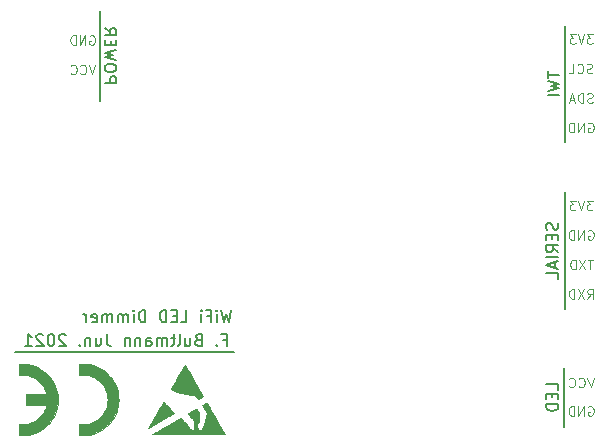
<source format=gbr>
%TF.GenerationSoftware,KiCad,Pcbnew,5.99.0-unknown-5a832fc337~130~ubuntu20.04.1*%
%TF.CreationDate,2021-06-20T17:00:02+02:00*%
%TF.ProjectId,LED-Treiber,4c45442d-5472-4656-9962-65722e6b6963,rev?*%
%TF.SameCoordinates,Original*%
%TF.FileFunction,Legend,Bot*%
%TF.FilePolarity,Positive*%
%FSLAX46Y46*%
G04 Gerber Fmt 4.6, Leading zero omitted, Abs format (unit mm)*
G04 Created by KiCad (PCBNEW 5.99.0-unknown-5a832fc337~130~ubuntu20.04.1) date 2021-06-20 17:00:02*
%MOMM*%
%LPD*%
G01*
G04 APERTURE LIST*
%ADD10C,0.200000*%
%ADD11C,0.150000*%
%ADD12C,0.100000*%
%ADD13C,0.010000*%
G04 APERTURE END LIST*
D10*
X157452380Y-89157142D02*
X157452380Y-88680952D01*
X156452380Y-88680952D01*
X156928571Y-89490476D02*
X156928571Y-89823809D01*
X157452380Y-89966666D02*
X157452380Y-89490476D01*
X156452380Y-89490476D01*
X156452380Y-89966666D01*
X157452380Y-90395238D02*
X156452380Y-90395238D01*
X156452380Y-90633333D01*
X156500000Y-90776190D01*
X156595238Y-90871428D01*
X156690476Y-90919047D01*
X156880952Y-90966666D01*
X157023809Y-90966666D01*
X157214285Y-90919047D01*
X157309523Y-90871428D01*
X157404761Y-90776190D01*
X157452380Y-90633333D01*
X157452380Y-90395238D01*
D11*
X157945000Y-87300000D02*
X157945000Y-92300000D01*
D10*
X157404761Y-75040476D02*
X157452380Y-75183333D01*
X157452380Y-75421428D01*
X157404761Y-75516666D01*
X157357142Y-75564285D01*
X157261904Y-75611904D01*
X157166666Y-75611904D01*
X157071428Y-75564285D01*
X157023809Y-75516666D01*
X156976190Y-75421428D01*
X156928571Y-75230952D01*
X156880952Y-75135714D01*
X156833333Y-75088095D01*
X156738095Y-75040476D01*
X156642857Y-75040476D01*
X156547619Y-75088095D01*
X156500000Y-75135714D01*
X156452380Y-75230952D01*
X156452380Y-75469047D01*
X156500000Y-75611904D01*
X156928571Y-76040476D02*
X156928571Y-76373809D01*
X157452380Y-76516666D02*
X157452380Y-76040476D01*
X156452380Y-76040476D01*
X156452380Y-76516666D01*
X157452380Y-77516666D02*
X156976190Y-77183333D01*
X157452380Y-76945238D02*
X156452380Y-76945238D01*
X156452380Y-77326190D01*
X156500000Y-77421428D01*
X156547619Y-77469047D01*
X156642857Y-77516666D01*
X156785714Y-77516666D01*
X156880952Y-77469047D01*
X156928571Y-77421428D01*
X156976190Y-77326190D01*
X156976190Y-76945238D01*
X157452380Y-77945238D02*
X156452380Y-77945238D01*
X157166666Y-78373809D02*
X157166666Y-78850000D01*
X157452380Y-78278571D02*
X156452380Y-78611904D01*
X157452380Y-78945238D01*
X157452380Y-79754761D02*
X157452380Y-79278571D01*
X156452380Y-79278571D01*
D11*
X158000000Y-72400000D02*
X158000000Y-82300000D01*
D10*
X156552380Y-62204761D02*
X156552380Y-62776190D01*
X157552380Y-62490476D02*
X156552380Y-62490476D01*
X156552380Y-63014285D02*
X157552380Y-63252380D01*
X156838095Y-63442857D01*
X157552380Y-63633333D01*
X156552380Y-63871428D01*
X157552380Y-64252380D02*
X156552380Y-64252380D01*
D11*
X158000000Y-58400000D02*
X158000000Y-68200000D01*
D10*
X119047619Y-63209523D02*
X120047619Y-63209523D01*
X120047619Y-62828571D01*
X120000000Y-62733333D01*
X119952380Y-62685714D01*
X119857142Y-62638095D01*
X119714285Y-62638095D01*
X119619047Y-62685714D01*
X119571428Y-62733333D01*
X119523809Y-62828571D01*
X119523809Y-63209523D01*
X120047619Y-62019047D02*
X120047619Y-61828571D01*
X120000000Y-61733333D01*
X119904761Y-61638095D01*
X119714285Y-61590476D01*
X119380952Y-61590476D01*
X119190476Y-61638095D01*
X119095238Y-61733333D01*
X119047619Y-61828571D01*
X119047619Y-62019047D01*
X119095238Y-62114285D01*
X119190476Y-62209523D01*
X119380952Y-62257142D01*
X119714285Y-62257142D01*
X119904761Y-62209523D01*
X120000000Y-62114285D01*
X120047619Y-62019047D01*
X120047619Y-61257142D02*
X119047619Y-61019047D01*
X119761904Y-60828571D01*
X119047619Y-60638095D01*
X120047619Y-60400000D01*
X119571428Y-60019047D02*
X119571428Y-59685714D01*
X119047619Y-59542857D02*
X119047619Y-60019047D01*
X120047619Y-60019047D01*
X120047619Y-59542857D01*
X119047619Y-58542857D02*
X119523809Y-58876190D01*
X119047619Y-59114285D02*
X120047619Y-59114285D01*
X120047619Y-58733333D01*
X120000000Y-58638095D01*
X119952380Y-58590476D01*
X119857142Y-58542857D01*
X119714285Y-58542857D01*
X119619047Y-58590476D01*
X119571428Y-58638095D01*
X119523809Y-58733333D01*
X119523809Y-59114285D01*
D11*
X118630000Y-57100000D02*
X118630000Y-64700000D01*
X130000000Y-86000000D02*
X111500000Y-86000000D01*
D10*
X129082380Y-84928571D02*
X129415714Y-84928571D01*
X129415714Y-85452380D02*
X129415714Y-84452380D01*
X128939523Y-84452380D01*
X128558571Y-85357142D02*
X128510952Y-85404761D01*
X128558571Y-85452380D01*
X128606190Y-85404761D01*
X128558571Y-85357142D01*
X128558571Y-85452380D01*
X126987142Y-84928571D02*
X126844285Y-84976190D01*
X126796666Y-85023809D01*
X126749047Y-85119047D01*
X126749047Y-85261904D01*
X126796666Y-85357142D01*
X126844285Y-85404761D01*
X126939523Y-85452380D01*
X127320476Y-85452380D01*
X127320476Y-84452380D01*
X126987142Y-84452380D01*
X126891904Y-84500000D01*
X126844285Y-84547619D01*
X126796666Y-84642857D01*
X126796666Y-84738095D01*
X126844285Y-84833333D01*
X126891904Y-84880952D01*
X126987142Y-84928571D01*
X127320476Y-84928571D01*
X125891904Y-84785714D02*
X125891904Y-85452380D01*
X126320476Y-84785714D02*
X126320476Y-85309523D01*
X126272857Y-85404761D01*
X126177619Y-85452380D01*
X126034761Y-85452380D01*
X125939523Y-85404761D01*
X125891904Y-85357142D01*
X125272857Y-85452380D02*
X125368095Y-85404761D01*
X125415714Y-85309523D01*
X125415714Y-84452380D01*
X125034761Y-84785714D02*
X124653809Y-84785714D01*
X124891904Y-84452380D02*
X124891904Y-85309523D01*
X124844285Y-85404761D01*
X124749047Y-85452380D01*
X124653809Y-85452380D01*
X124320476Y-85452380D02*
X124320476Y-84785714D01*
X124320476Y-84880952D02*
X124272857Y-84833333D01*
X124177619Y-84785714D01*
X124034761Y-84785714D01*
X123939523Y-84833333D01*
X123891904Y-84928571D01*
X123891904Y-85452380D01*
X123891904Y-84928571D02*
X123844285Y-84833333D01*
X123749047Y-84785714D01*
X123606190Y-84785714D01*
X123510952Y-84833333D01*
X123463333Y-84928571D01*
X123463333Y-85452380D01*
X122558571Y-85452380D02*
X122558571Y-84928571D01*
X122606190Y-84833333D01*
X122701428Y-84785714D01*
X122891904Y-84785714D01*
X122987142Y-84833333D01*
X122558571Y-85404761D02*
X122653809Y-85452380D01*
X122891904Y-85452380D01*
X122987142Y-85404761D01*
X123034761Y-85309523D01*
X123034761Y-85214285D01*
X122987142Y-85119047D01*
X122891904Y-85071428D01*
X122653809Y-85071428D01*
X122558571Y-85023809D01*
X122082380Y-84785714D02*
X122082380Y-85452380D01*
X122082380Y-84880952D02*
X122034761Y-84833333D01*
X121939523Y-84785714D01*
X121796666Y-84785714D01*
X121701428Y-84833333D01*
X121653809Y-84928571D01*
X121653809Y-85452380D01*
X121177619Y-84785714D02*
X121177619Y-85452380D01*
X121177619Y-84880952D02*
X121130000Y-84833333D01*
X121034761Y-84785714D01*
X120891904Y-84785714D01*
X120796666Y-84833333D01*
X120749047Y-84928571D01*
X120749047Y-85452380D01*
X119225238Y-84452380D02*
X119225238Y-85166666D01*
X119272857Y-85309523D01*
X119368095Y-85404761D01*
X119510952Y-85452380D01*
X119606190Y-85452380D01*
X118320476Y-84785714D02*
X118320476Y-85452380D01*
X118749047Y-84785714D02*
X118749047Y-85309523D01*
X118701428Y-85404761D01*
X118606190Y-85452380D01*
X118463333Y-85452380D01*
X118368095Y-85404761D01*
X118320476Y-85357142D01*
X117844285Y-84785714D02*
X117844285Y-85452380D01*
X117844285Y-84880952D02*
X117796666Y-84833333D01*
X117701428Y-84785714D01*
X117558571Y-84785714D01*
X117463333Y-84833333D01*
X117415714Y-84928571D01*
X117415714Y-85452380D01*
X116939523Y-85357142D02*
X116891904Y-85404761D01*
X116939523Y-85452380D01*
X116987142Y-85404761D01*
X116939523Y-85357142D01*
X116939523Y-85452380D01*
X115749047Y-84547619D02*
X115701428Y-84500000D01*
X115606190Y-84452380D01*
X115368095Y-84452380D01*
X115272857Y-84500000D01*
X115225238Y-84547619D01*
X115177619Y-84642857D01*
X115177619Y-84738095D01*
X115225238Y-84880952D01*
X115796666Y-85452380D01*
X115177619Y-85452380D01*
X114558571Y-84452380D02*
X114463333Y-84452380D01*
X114368095Y-84500000D01*
X114320476Y-84547619D01*
X114272857Y-84642857D01*
X114225238Y-84833333D01*
X114225238Y-85071428D01*
X114272857Y-85261904D01*
X114320476Y-85357142D01*
X114368095Y-85404761D01*
X114463333Y-85452380D01*
X114558571Y-85452380D01*
X114653809Y-85404761D01*
X114701428Y-85357142D01*
X114749047Y-85261904D01*
X114796666Y-85071428D01*
X114796666Y-84833333D01*
X114749047Y-84642857D01*
X114701428Y-84547619D01*
X114653809Y-84500000D01*
X114558571Y-84452380D01*
X113844285Y-84547619D02*
X113796666Y-84500000D01*
X113701428Y-84452380D01*
X113463333Y-84452380D01*
X113368095Y-84500000D01*
X113320476Y-84547619D01*
X113272857Y-84642857D01*
X113272857Y-84738095D01*
X113320476Y-84880952D01*
X113891904Y-85452380D01*
X113272857Y-85452380D01*
X112320476Y-85452380D02*
X112891904Y-85452380D01*
X112606190Y-85452380D02*
X112606190Y-84452380D01*
X112701428Y-84595238D01*
X112796666Y-84690476D01*
X112891904Y-84738095D01*
X129796666Y-82452380D02*
X129558571Y-83452380D01*
X129368095Y-82738095D01*
X129177619Y-83452380D01*
X128939523Y-82452380D01*
X128558571Y-83452380D02*
X128558571Y-82785714D01*
X128558571Y-82452380D02*
X128606190Y-82500000D01*
X128558571Y-82547619D01*
X128510952Y-82500000D01*
X128558571Y-82452380D01*
X128558571Y-82547619D01*
X127749047Y-82928571D02*
X128082380Y-82928571D01*
X128082380Y-83452380D02*
X128082380Y-82452380D01*
X127606190Y-82452380D01*
X127225238Y-83452380D02*
X127225238Y-82785714D01*
X127225238Y-82452380D02*
X127272857Y-82500000D01*
X127225238Y-82547619D01*
X127177619Y-82500000D01*
X127225238Y-82452380D01*
X127225238Y-82547619D01*
X125510952Y-83452380D02*
X125987142Y-83452380D01*
X125987142Y-82452380D01*
X125177619Y-82928571D02*
X124844285Y-82928571D01*
X124701428Y-83452380D02*
X125177619Y-83452380D01*
X125177619Y-82452380D01*
X124701428Y-82452380D01*
X124272857Y-83452380D02*
X124272857Y-82452380D01*
X124034761Y-82452380D01*
X123891904Y-82500000D01*
X123796666Y-82595238D01*
X123749047Y-82690476D01*
X123701428Y-82880952D01*
X123701428Y-83023809D01*
X123749047Y-83214285D01*
X123796666Y-83309523D01*
X123891904Y-83404761D01*
X124034761Y-83452380D01*
X124272857Y-83452380D01*
X122510952Y-83452380D02*
X122510952Y-82452380D01*
X122272857Y-82452380D01*
X122130000Y-82500000D01*
X122034761Y-82595238D01*
X121987142Y-82690476D01*
X121939523Y-82880952D01*
X121939523Y-83023809D01*
X121987142Y-83214285D01*
X122034761Y-83309523D01*
X122130000Y-83404761D01*
X122272857Y-83452380D01*
X122510952Y-83452380D01*
X121510952Y-83452380D02*
X121510952Y-82785714D01*
X121510952Y-82452380D02*
X121558571Y-82500000D01*
X121510952Y-82547619D01*
X121463333Y-82500000D01*
X121510952Y-82452380D01*
X121510952Y-82547619D01*
X121034761Y-83452380D02*
X121034761Y-82785714D01*
X121034761Y-82880952D02*
X120987142Y-82833333D01*
X120891904Y-82785714D01*
X120749047Y-82785714D01*
X120653809Y-82833333D01*
X120606190Y-82928571D01*
X120606190Y-83452380D01*
X120606190Y-82928571D02*
X120558571Y-82833333D01*
X120463333Y-82785714D01*
X120320476Y-82785714D01*
X120225238Y-82833333D01*
X120177619Y-82928571D01*
X120177619Y-83452380D01*
X119701428Y-83452380D02*
X119701428Y-82785714D01*
X119701428Y-82880952D02*
X119653809Y-82833333D01*
X119558571Y-82785714D01*
X119415714Y-82785714D01*
X119320476Y-82833333D01*
X119272857Y-82928571D01*
X119272857Y-83452380D01*
X119272857Y-82928571D02*
X119225238Y-82833333D01*
X119130000Y-82785714D01*
X118987142Y-82785714D01*
X118891904Y-82833333D01*
X118844285Y-82928571D01*
X118844285Y-83452380D01*
X117987142Y-83404761D02*
X118082380Y-83452380D01*
X118272857Y-83452380D01*
X118368095Y-83404761D01*
X118415714Y-83309523D01*
X118415714Y-82928571D01*
X118368095Y-82833333D01*
X118272857Y-82785714D01*
X118082380Y-82785714D01*
X117987142Y-82833333D01*
X117939523Y-82928571D01*
X117939523Y-83023809D01*
X118415714Y-83119047D01*
X117510952Y-83452380D02*
X117510952Y-82785714D01*
X117510952Y-82976190D02*
X117463333Y-82880952D01*
X117415714Y-82833333D01*
X117320476Y-82785714D01*
X117225238Y-82785714D01*
D12*
X160009523Y-75700000D02*
X160085714Y-75661904D01*
X160200000Y-75661904D01*
X160314285Y-75700000D01*
X160390476Y-75776190D01*
X160428571Y-75852380D01*
X160466666Y-76004761D01*
X160466666Y-76119047D01*
X160428571Y-76271428D01*
X160390476Y-76347619D01*
X160314285Y-76423809D01*
X160200000Y-76461904D01*
X160123809Y-76461904D01*
X160009523Y-76423809D01*
X159971428Y-76385714D01*
X159971428Y-76119047D01*
X160123809Y-76119047D01*
X159628571Y-76461904D02*
X159628571Y-75661904D01*
X159171428Y-76461904D01*
X159171428Y-75661904D01*
X158790476Y-76461904D02*
X158790476Y-75661904D01*
X158600000Y-75661904D01*
X158485714Y-75700000D01*
X158409523Y-75776190D01*
X158371428Y-75852380D01*
X158333333Y-76004761D01*
X158333333Y-76119047D01*
X158371428Y-76271428D01*
X158409523Y-76347619D01*
X158485714Y-76423809D01*
X158600000Y-76461904D01*
X158790476Y-76461904D01*
X160390476Y-59061904D02*
X159895238Y-59061904D01*
X160161904Y-59366666D01*
X160047619Y-59366666D01*
X159971428Y-59404761D01*
X159933333Y-59442857D01*
X159895238Y-59519047D01*
X159895238Y-59709523D01*
X159933333Y-59785714D01*
X159971428Y-59823809D01*
X160047619Y-59861904D01*
X160276190Y-59861904D01*
X160352380Y-59823809D01*
X160390476Y-59785714D01*
X159666666Y-59061904D02*
X159400000Y-59861904D01*
X159133333Y-59061904D01*
X158942857Y-59061904D02*
X158447619Y-59061904D01*
X158714285Y-59366666D01*
X158600000Y-59366666D01*
X158523809Y-59404761D01*
X158485714Y-59442857D01*
X158447619Y-59519047D01*
X158447619Y-59709523D01*
X158485714Y-59785714D01*
X158523809Y-59823809D01*
X158600000Y-59861904D01*
X158828571Y-59861904D01*
X158904761Y-59823809D01*
X158942857Y-59785714D01*
X117809523Y-59200000D02*
X117885714Y-59161904D01*
X118000000Y-59161904D01*
X118114285Y-59200000D01*
X118190476Y-59276190D01*
X118228571Y-59352380D01*
X118266666Y-59504761D01*
X118266666Y-59619047D01*
X118228571Y-59771428D01*
X118190476Y-59847619D01*
X118114285Y-59923809D01*
X118000000Y-59961904D01*
X117923809Y-59961904D01*
X117809523Y-59923809D01*
X117771428Y-59885714D01*
X117771428Y-59619047D01*
X117923809Y-59619047D01*
X117428571Y-59961904D02*
X117428571Y-59161904D01*
X116971428Y-59961904D01*
X116971428Y-59161904D01*
X116590476Y-59961904D02*
X116590476Y-59161904D01*
X116400000Y-59161904D01*
X116285714Y-59200000D01*
X116209523Y-59276190D01*
X116171428Y-59352380D01*
X116133333Y-59504761D01*
X116133333Y-59619047D01*
X116171428Y-59771428D01*
X116209523Y-59847619D01*
X116285714Y-59923809D01*
X116400000Y-59961904D01*
X116590476Y-59961904D01*
X160371428Y-64823809D02*
X160257142Y-64861904D01*
X160066666Y-64861904D01*
X159990476Y-64823809D01*
X159952380Y-64785714D01*
X159914285Y-64709523D01*
X159914285Y-64633333D01*
X159952380Y-64557142D01*
X159990476Y-64519047D01*
X160066666Y-64480952D01*
X160219047Y-64442857D01*
X160295238Y-64404761D01*
X160333333Y-64366666D01*
X160371428Y-64290476D01*
X160371428Y-64214285D01*
X160333333Y-64138095D01*
X160295238Y-64100000D01*
X160219047Y-64061904D01*
X160028571Y-64061904D01*
X159914285Y-64100000D01*
X159571428Y-64861904D02*
X159571428Y-64061904D01*
X159380952Y-64061904D01*
X159266666Y-64100000D01*
X159190476Y-64176190D01*
X159152380Y-64252380D01*
X159114285Y-64404761D01*
X159114285Y-64519047D01*
X159152380Y-64671428D01*
X159190476Y-64747619D01*
X159266666Y-64823809D01*
X159380952Y-64861904D01*
X159571428Y-64861904D01*
X158809523Y-64633333D02*
X158428571Y-64633333D01*
X158885714Y-64861904D02*
X158619047Y-64061904D01*
X158352380Y-64861904D01*
X118266666Y-61661904D02*
X118000000Y-62461904D01*
X117733333Y-61661904D01*
X117009523Y-62385714D02*
X117047619Y-62423809D01*
X117161904Y-62461904D01*
X117238095Y-62461904D01*
X117352380Y-62423809D01*
X117428571Y-62347619D01*
X117466666Y-62271428D01*
X117504761Y-62119047D01*
X117504761Y-62004761D01*
X117466666Y-61852380D01*
X117428571Y-61776190D01*
X117352380Y-61700000D01*
X117238095Y-61661904D01*
X117161904Y-61661904D01*
X117047619Y-61700000D01*
X117009523Y-61738095D01*
X116209523Y-62385714D02*
X116247619Y-62423809D01*
X116361904Y-62461904D01*
X116438095Y-62461904D01*
X116552380Y-62423809D01*
X116628571Y-62347619D01*
X116666666Y-62271428D01*
X116704761Y-62119047D01*
X116704761Y-62004761D01*
X116666666Y-61852380D01*
X116628571Y-61776190D01*
X116552380Y-61700000D01*
X116438095Y-61661904D01*
X116361904Y-61661904D01*
X116247619Y-61700000D01*
X116209523Y-61738095D01*
X160466666Y-88161904D02*
X160200000Y-88961904D01*
X159933333Y-88161904D01*
X159209523Y-88885714D02*
X159247619Y-88923809D01*
X159361904Y-88961904D01*
X159438095Y-88961904D01*
X159552380Y-88923809D01*
X159628571Y-88847619D01*
X159666666Y-88771428D01*
X159704761Y-88619047D01*
X159704761Y-88504761D01*
X159666666Y-88352380D01*
X159628571Y-88276190D01*
X159552380Y-88200000D01*
X159438095Y-88161904D01*
X159361904Y-88161904D01*
X159247619Y-88200000D01*
X159209523Y-88238095D01*
X158409523Y-88885714D02*
X158447619Y-88923809D01*
X158561904Y-88961904D01*
X158638095Y-88961904D01*
X158752380Y-88923809D01*
X158828571Y-88847619D01*
X158866666Y-88771428D01*
X158904761Y-88619047D01*
X158904761Y-88504761D01*
X158866666Y-88352380D01*
X158828571Y-88276190D01*
X158752380Y-88200000D01*
X158638095Y-88161904D01*
X158561904Y-88161904D01*
X158447619Y-88200000D01*
X158409523Y-88238095D01*
X160009523Y-90600000D02*
X160085714Y-90561904D01*
X160200000Y-90561904D01*
X160314285Y-90600000D01*
X160390476Y-90676190D01*
X160428571Y-90752380D01*
X160466666Y-90904761D01*
X160466666Y-91019047D01*
X160428571Y-91171428D01*
X160390476Y-91247619D01*
X160314285Y-91323809D01*
X160200000Y-91361904D01*
X160123809Y-91361904D01*
X160009523Y-91323809D01*
X159971428Y-91285714D01*
X159971428Y-91019047D01*
X160123809Y-91019047D01*
X159628571Y-91361904D02*
X159628571Y-90561904D01*
X159171428Y-91361904D01*
X159171428Y-90561904D01*
X158790476Y-91361904D02*
X158790476Y-90561904D01*
X158600000Y-90561904D01*
X158485714Y-90600000D01*
X158409523Y-90676190D01*
X158371428Y-90752380D01*
X158333333Y-90904761D01*
X158333333Y-91019047D01*
X158371428Y-91171428D01*
X158409523Y-91247619D01*
X158485714Y-91323809D01*
X158600000Y-91361904D01*
X158790476Y-91361904D01*
X160390476Y-73161904D02*
X159895238Y-73161904D01*
X160161904Y-73466666D01*
X160047619Y-73466666D01*
X159971428Y-73504761D01*
X159933333Y-73542857D01*
X159895238Y-73619047D01*
X159895238Y-73809523D01*
X159933333Y-73885714D01*
X159971428Y-73923809D01*
X160047619Y-73961904D01*
X160276190Y-73961904D01*
X160352380Y-73923809D01*
X160390476Y-73885714D01*
X159666666Y-73161904D02*
X159400000Y-73961904D01*
X159133333Y-73161904D01*
X158942857Y-73161904D02*
X158447619Y-73161904D01*
X158714285Y-73466666D01*
X158600000Y-73466666D01*
X158523809Y-73504761D01*
X158485714Y-73542857D01*
X158447619Y-73619047D01*
X158447619Y-73809523D01*
X158485714Y-73885714D01*
X158523809Y-73923809D01*
X158600000Y-73961904D01*
X158828571Y-73961904D01*
X158904761Y-73923809D01*
X158942857Y-73885714D01*
X160409523Y-78161904D02*
X159952380Y-78161904D01*
X160180952Y-78961904D02*
X160180952Y-78161904D01*
X159761904Y-78161904D02*
X159228571Y-78961904D01*
X159228571Y-78161904D02*
X159761904Y-78961904D01*
X158923809Y-78961904D02*
X158923809Y-78161904D01*
X158733333Y-78161904D01*
X158619047Y-78200000D01*
X158542857Y-78276190D01*
X158504761Y-78352380D01*
X158466666Y-78504761D01*
X158466666Y-78619047D01*
X158504761Y-78771428D01*
X158542857Y-78847619D01*
X158619047Y-78923809D01*
X158733333Y-78961904D01*
X158923809Y-78961904D01*
X159933333Y-81461904D02*
X160200000Y-81080952D01*
X160390476Y-81461904D02*
X160390476Y-80661904D01*
X160085714Y-80661904D01*
X160009523Y-80700000D01*
X159971428Y-80738095D01*
X159933333Y-80814285D01*
X159933333Y-80928571D01*
X159971428Y-81004761D01*
X160009523Y-81042857D01*
X160085714Y-81080952D01*
X160390476Y-81080952D01*
X159666666Y-80661904D02*
X159133333Y-81461904D01*
X159133333Y-80661904D02*
X159666666Y-81461904D01*
X158828571Y-81461904D02*
X158828571Y-80661904D01*
X158638095Y-80661904D01*
X158523809Y-80700000D01*
X158447619Y-80776190D01*
X158409523Y-80852380D01*
X158371428Y-81004761D01*
X158371428Y-81119047D01*
X158409523Y-81271428D01*
X158447619Y-81347619D01*
X158523809Y-81423809D01*
X158638095Y-81461904D01*
X158828571Y-81461904D01*
X160352380Y-62323809D02*
X160238095Y-62361904D01*
X160047619Y-62361904D01*
X159971428Y-62323809D01*
X159933333Y-62285714D01*
X159895238Y-62209523D01*
X159895238Y-62133333D01*
X159933333Y-62057142D01*
X159971428Y-62019047D01*
X160047619Y-61980952D01*
X160200000Y-61942857D01*
X160276190Y-61904761D01*
X160314285Y-61866666D01*
X160352380Y-61790476D01*
X160352380Y-61714285D01*
X160314285Y-61638095D01*
X160276190Y-61600000D01*
X160200000Y-61561904D01*
X160009523Y-61561904D01*
X159895238Y-61600000D01*
X159095238Y-62285714D02*
X159133333Y-62323809D01*
X159247619Y-62361904D01*
X159323809Y-62361904D01*
X159438095Y-62323809D01*
X159514285Y-62247619D01*
X159552380Y-62171428D01*
X159590476Y-62019047D01*
X159590476Y-61904761D01*
X159552380Y-61752380D01*
X159514285Y-61676190D01*
X159438095Y-61600000D01*
X159323809Y-61561904D01*
X159247619Y-61561904D01*
X159133333Y-61600000D01*
X159095238Y-61638095D01*
X158371428Y-62361904D02*
X158752380Y-62361904D01*
X158752380Y-61561904D01*
X160009523Y-66600000D02*
X160085714Y-66561904D01*
X160200000Y-66561904D01*
X160314285Y-66600000D01*
X160390476Y-66676190D01*
X160428571Y-66752380D01*
X160466666Y-66904761D01*
X160466666Y-67019047D01*
X160428571Y-67171428D01*
X160390476Y-67247619D01*
X160314285Y-67323809D01*
X160200000Y-67361904D01*
X160123809Y-67361904D01*
X160009523Y-67323809D01*
X159971428Y-67285714D01*
X159971428Y-67019047D01*
X160123809Y-67019047D01*
X159628571Y-67361904D02*
X159628571Y-66561904D01*
X159171428Y-67361904D01*
X159171428Y-66561904D01*
X158790476Y-67361904D02*
X158790476Y-66561904D01*
X158600000Y-66561904D01*
X158485714Y-66600000D01*
X158409523Y-66676190D01*
X158371428Y-66752380D01*
X158333333Y-66904761D01*
X158333333Y-67019047D01*
X158371428Y-67171428D01*
X158409523Y-67247619D01*
X158485714Y-67323809D01*
X158600000Y-67361904D01*
X158790476Y-67361904D01*
D13*
%TO.C,REF\u002A\u002A*%
X127677906Y-90291158D02*
X127645381Y-90303736D01*
X127645381Y-90303736D02*
X127595807Y-90328712D01*
X127595807Y-90328712D02*
X127524626Y-90367876D01*
X127524626Y-90367876D02*
X127519084Y-90370988D01*
X127519084Y-90370988D02*
X127453526Y-90408476D01*
X127453526Y-90408476D02*
X127398202Y-90441319D01*
X127398202Y-90441319D02*
X127358545Y-90466205D01*
X127358545Y-90466205D02*
X127339988Y-90479820D01*
X127339988Y-90479820D02*
X127339469Y-90480487D01*
X127339469Y-90480487D02*
X127343952Y-90499390D01*
X127343952Y-90499390D02*
X127364514Y-90541605D01*
X127364514Y-90541605D02*
X127399817Y-90604832D01*
X127399817Y-90604832D02*
X127448520Y-90686772D01*
X127448520Y-90686772D02*
X127509282Y-90785122D01*
X127509282Y-90785122D02*
X127580764Y-90897585D01*
X127580764Y-90897585D02*
X127598555Y-90925165D01*
X127598555Y-90925165D02*
X127644907Y-91001699D01*
X127644907Y-91001699D02*
X127678658Y-91067556D01*
X127678658Y-91067556D02*
X127696847Y-91116782D01*
X127696847Y-91116782D02*
X127698714Y-91126507D01*
X127698714Y-91126507D02*
X127697885Y-91169312D01*
X127697885Y-91169312D02*
X127688606Y-91237209D01*
X127688606Y-91237209D02*
X127672032Y-91325843D01*
X127672032Y-91325843D02*
X127649320Y-91430859D01*
X127649320Y-91430859D02*
X127621627Y-91547902D01*
X127621627Y-91547902D02*
X127590110Y-91672616D01*
X127590110Y-91672616D02*
X127555925Y-91800645D01*
X127555925Y-91800645D02*
X127520229Y-91927634D01*
X127520229Y-91927634D02*
X127484179Y-92049228D01*
X127484179Y-92049228D02*
X127448932Y-92161072D01*
X127448932Y-92161072D02*
X127415644Y-92258810D01*
X127415644Y-92258810D02*
X127385472Y-92338087D01*
X127385472Y-92338087D02*
X127364439Y-92385122D01*
X127364439Y-92385122D02*
X127339663Y-92435225D01*
X127339663Y-92435225D02*
X127316270Y-92483168D01*
X127316270Y-92483168D02*
X127315003Y-92485793D01*
X127315003Y-92485793D02*
X127276301Y-92534220D01*
X127276301Y-92534220D02*
X127219816Y-92566828D01*
X127219816Y-92566828D02*
X127154061Y-92582454D01*
X127154061Y-92582454D02*
X127087549Y-92579937D01*
X127087549Y-92579937D02*
X127028795Y-92558114D01*
X127028795Y-92558114D02*
X126995742Y-92529382D01*
X126995742Y-92529382D02*
X126948141Y-92450583D01*
X126948141Y-92450583D02*
X126913261Y-92352378D01*
X126913261Y-92352378D02*
X126894123Y-92244779D01*
X126894123Y-92244779D02*
X126891412Y-92183780D01*
X126891412Y-92183780D02*
X126902330Y-92069935D01*
X126902330Y-92069935D02*
X126934376Y-91975660D01*
X126934376Y-91975660D02*
X126989274Y-91896379D01*
X126989274Y-91896379D02*
X127006393Y-91878733D01*
X127006393Y-91878733D02*
X127057339Y-91829235D01*
X127057339Y-91829235D02*
X127060837Y-91479362D01*
X127060837Y-91479362D02*
X127064336Y-91129489D01*
X127064336Y-91129489D02*
X126975182Y-90994531D01*
X126975182Y-90994531D02*
X126933346Y-90933445D01*
X126933346Y-90933445D02*
X126893055Y-90878493D01*
X126893055Y-90878493D02*
X126860057Y-90837336D01*
X126860057Y-90837336D02*
X126845874Y-90822192D01*
X126845874Y-90822192D02*
X126805719Y-90784810D01*
X126805719Y-90784810D02*
X126751335Y-90814098D01*
X126751335Y-90814098D02*
X126716961Y-90835084D01*
X126716961Y-90835084D02*
X126698154Y-90851378D01*
X126698154Y-90851378D02*
X126696951Y-90854307D01*
X126696951Y-90854307D02*
X126684097Y-90866728D01*
X126684097Y-90866728D02*
X126662104Y-90875977D01*
X126662104Y-90875977D02*
X126640850Y-90884313D01*
X126640850Y-90884313D02*
X126608306Y-90900149D01*
X126608306Y-90900149D02*
X126561678Y-90925033D01*
X126561678Y-90925033D02*
X126498171Y-90960509D01*
X126498171Y-90960509D02*
X126414992Y-91008123D01*
X126414992Y-91008123D02*
X126309347Y-91069422D01*
X126309347Y-91069422D02*
X126251938Y-91102932D01*
X126251938Y-91102932D02*
X126184406Y-91143071D01*
X126184406Y-91143071D02*
X126140115Y-91171659D01*
X126140115Y-91171659D02*
X126115145Y-91192039D01*
X126115145Y-91192039D02*
X126105577Y-91207553D01*
X126105577Y-91207553D02*
X126107492Y-91221546D01*
X126107492Y-91221546D02*
X126109089Y-91224796D01*
X126109089Y-91224796D02*
X126124624Y-91245266D01*
X126124624Y-91245266D02*
X126157864Y-91283665D01*
X126157864Y-91283665D02*
X126204938Y-91335696D01*
X126204938Y-91335696D02*
X126261972Y-91397066D01*
X126261972Y-91397066D02*
X126311300Y-91449090D01*
X126311300Y-91449090D02*
X126424970Y-91572567D01*
X126424970Y-91572567D02*
X126513895Y-91679591D01*
X126513895Y-91679591D02*
X126578866Y-91771240D01*
X126578866Y-91771240D02*
X126620679Y-91848588D01*
X126620679Y-91848588D02*
X126634783Y-91887866D01*
X126634783Y-91887866D02*
X126640608Y-91922249D01*
X126640608Y-91922249D02*
X126646625Y-91980899D01*
X126646625Y-91980899D02*
X126652304Y-92057117D01*
X126652304Y-92057117D02*
X126657116Y-92144202D01*
X126657116Y-92144202D02*
X126659381Y-92199268D01*
X126659381Y-92199268D02*
X126662541Y-92294464D01*
X126662541Y-92294464D02*
X126663931Y-92364062D01*
X126663931Y-92364062D02*
X126663142Y-92413409D01*
X126663142Y-92413409D02*
X126659765Y-92447854D01*
X126659765Y-92447854D02*
X126653392Y-92472743D01*
X126653392Y-92472743D02*
X126643613Y-92493425D01*
X126643613Y-92493425D02*
X126635933Y-92506053D01*
X126635933Y-92506053D02*
X126591579Y-92554726D01*
X126591579Y-92554726D02*
X126534426Y-92588645D01*
X126534426Y-92588645D02*
X126474292Y-92603438D01*
X126474292Y-92603438D02*
X126429227Y-92598086D01*
X126429227Y-92598086D02*
X126388424Y-92574930D01*
X126388424Y-92574930D02*
X126337276Y-92533462D01*
X126337276Y-92533462D02*
X126282958Y-92480912D01*
X126282958Y-92480912D02*
X126232643Y-92424516D01*
X126232643Y-92424516D02*
X126193506Y-92371505D01*
X126193506Y-92371505D02*
X126179095Y-92345889D01*
X126179095Y-92345889D02*
X126157509Y-92310814D01*
X126157509Y-92310814D02*
X126118247Y-92257389D01*
X126118247Y-92257389D02*
X126064898Y-92189789D01*
X126064898Y-92189789D02*
X126001048Y-92112190D01*
X126001048Y-92112190D02*
X125930285Y-92028768D01*
X125930285Y-92028768D02*
X125856196Y-91943698D01*
X125856196Y-91943698D02*
X125782368Y-91861155D01*
X125782368Y-91861155D02*
X125712389Y-91785316D01*
X125712389Y-91785316D02*
X125649845Y-91720356D01*
X125649845Y-91720356D02*
X125600740Y-91672669D01*
X125600740Y-91672669D02*
X125546221Y-91625032D01*
X125546221Y-91625032D02*
X125500358Y-91589908D01*
X125500358Y-91589908D02*
X125468189Y-91570949D01*
X125468189Y-91570949D02*
X125457511Y-91568864D01*
X125457511Y-91568864D02*
X125441147Y-91577274D01*
X125441147Y-91577274D02*
X125400329Y-91599846D01*
X125400329Y-91599846D02*
X125337414Y-91635224D01*
X125337414Y-91635224D02*
X125254756Y-91682054D01*
X125254756Y-91682054D02*
X125154711Y-91738981D01*
X125154711Y-91738981D02*
X125039634Y-91804649D01*
X125039634Y-91804649D02*
X124911881Y-91877703D01*
X124911881Y-91877703D02*
X124773806Y-91956788D01*
X124773806Y-91956788D02*
X124627766Y-92040548D01*
X124627766Y-92040548D02*
X124476116Y-92127629D01*
X124476116Y-92127629D02*
X124321210Y-92216676D01*
X124321210Y-92216676D02*
X124165405Y-92306332D01*
X124165405Y-92306332D02*
X124011056Y-92395243D01*
X124011056Y-92395243D02*
X123860518Y-92482054D01*
X123860518Y-92482054D02*
X123716146Y-92565409D01*
X123716146Y-92565409D02*
X123580296Y-92643954D01*
X123580296Y-92643954D02*
X123455323Y-92716333D01*
X123455323Y-92716333D02*
X123343583Y-92781190D01*
X123343583Y-92781190D02*
X123247430Y-92837171D01*
X123247430Y-92837171D02*
X123169221Y-92882920D01*
X123169221Y-92882920D02*
X123111311Y-92917083D01*
X123111311Y-92917083D02*
X123076054Y-92938304D01*
X123076054Y-92938304D02*
X123065835Y-92944963D01*
X123065835Y-92944963D02*
X123079598Y-92946280D01*
X123079598Y-92946280D02*
X123122896Y-92947559D01*
X123122896Y-92947559D02*
X123194286Y-92948796D01*
X123194286Y-92948796D02*
X123292327Y-92949983D01*
X123292327Y-92949983D02*
X123415578Y-92951115D01*
X123415578Y-92951115D02*
X123562597Y-92952186D01*
X123562597Y-92952186D02*
X123731943Y-92953189D01*
X123731943Y-92953189D02*
X123922174Y-92954119D01*
X123922174Y-92954119D02*
X124131849Y-92954968D01*
X124131849Y-92954968D02*
X124359527Y-92955732D01*
X124359527Y-92955732D02*
X124603765Y-92956403D01*
X124603765Y-92956403D02*
X124863123Y-92956976D01*
X124863123Y-92956976D02*
X125136159Y-92957444D01*
X125136159Y-92957444D02*
X125421432Y-92957802D01*
X125421432Y-92957802D02*
X125717500Y-92958042D01*
X125717500Y-92958042D02*
X126022921Y-92958159D01*
X126022921Y-92958159D02*
X126151076Y-92958171D01*
X126151076Y-92958171D02*
X129251030Y-92958171D01*
X129251030Y-92958171D02*
X129029947Y-92574847D01*
X129029947Y-92574847D02*
X128983144Y-92493680D01*
X128983144Y-92493680D02*
X128922898Y-92389166D01*
X128922898Y-92389166D02*
X128851222Y-92264801D01*
X128851222Y-92264801D02*
X128770131Y-92124082D01*
X128770131Y-92124082D02*
X128681638Y-91970503D01*
X128681638Y-91970503D02*
X128587760Y-91807562D01*
X128587760Y-91807562D02*
X128490509Y-91638754D01*
X128490509Y-91638754D02*
X128391900Y-91467575D01*
X128391900Y-91467575D02*
X128293947Y-91297521D01*
X128293947Y-91297521D02*
X128269175Y-91254512D01*
X128269175Y-91254512D02*
X128178848Y-91097857D01*
X128178848Y-91097857D02*
X128092711Y-90948803D01*
X128092711Y-90948803D02*
X128012058Y-90809568D01*
X128012058Y-90809568D02*
X127938184Y-90682371D01*
X127938184Y-90682371D02*
X127872383Y-90569432D01*
X127872383Y-90569432D02*
X127815950Y-90472968D01*
X127815950Y-90472968D02*
X127770179Y-90395200D01*
X127770179Y-90395200D02*
X127736365Y-90338346D01*
X127736365Y-90338346D02*
X127715802Y-90304625D01*
X127715802Y-90304625D02*
X127710047Y-90296040D01*
X127710047Y-90296040D02*
X127697942Y-90289189D01*
X127697942Y-90289189D02*
X127677906Y-90291158D01*
X127677906Y-90291158D02*
X127677906Y-90291158D01*
G36*
X127710047Y-90296040D02*
G01*
X127715802Y-90304625D01*
X127736365Y-90338346D01*
X127770179Y-90395200D01*
X127815950Y-90472968D01*
X127872383Y-90569432D01*
X127938184Y-90682371D01*
X128012058Y-90809568D01*
X128092711Y-90948803D01*
X128178848Y-91097857D01*
X128269175Y-91254512D01*
X128293947Y-91297521D01*
X128391900Y-91467575D01*
X128490509Y-91638754D01*
X128587760Y-91807562D01*
X128681638Y-91970503D01*
X128770131Y-92124082D01*
X128851222Y-92264801D01*
X128922898Y-92389166D01*
X128983144Y-92493680D01*
X129029947Y-92574847D01*
X129251030Y-92958171D01*
X126151076Y-92958171D01*
X126022921Y-92958159D01*
X125717500Y-92958042D01*
X125421432Y-92957802D01*
X125136159Y-92957444D01*
X124863123Y-92956976D01*
X124603765Y-92956403D01*
X124359527Y-92955732D01*
X124131849Y-92954968D01*
X123922174Y-92954119D01*
X123731943Y-92953189D01*
X123562597Y-92952186D01*
X123415578Y-92951115D01*
X123292327Y-92949983D01*
X123194286Y-92948796D01*
X123122896Y-92947559D01*
X123079598Y-92946280D01*
X123065835Y-92944963D01*
X123076054Y-92938304D01*
X123111311Y-92917083D01*
X123169221Y-92882920D01*
X123247430Y-92837171D01*
X123343583Y-92781190D01*
X123455323Y-92716333D01*
X123580296Y-92643954D01*
X123716146Y-92565409D01*
X123860518Y-92482054D01*
X124011056Y-92395243D01*
X124165405Y-92306332D01*
X124321210Y-92216676D01*
X124476116Y-92127629D01*
X124627766Y-92040548D01*
X124773806Y-91956788D01*
X124911881Y-91877703D01*
X125039634Y-91804649D01*
X125154711Y-91738981D01*
X125254756Y-91682054D01*
X125337414Y-91635224D01*
X125400329Y-91599846D01*
X125441147Y-91577274D01*
X125457511Y-91568864D01*
X125468189Y-91570949D01*
X125500358Y-91589908D01*
X125546221Y-91625032D01*
X125600740Y-91672669D01*
X125649845Y-91720356D01*
X125712389Y-91785316D01*
X125782368Y-91861155D01*
X125856196Y-91943698D01*
X125930285Y-92028768D01*
X126001048Y-92112190D01*
X126064898Y-92189789D01*
X126118247Y-92257389D01*
X126157509Y-92310814D01*
X126179095Y-92345889D01*
X126193506Y-92371505D01*
X126232643Y-92424516D01*
X126282958Y-92480912D01*
X126337276Y-92533462D01*
X126388424Y-92574930D01*
X126429227Y-92598086D01*
X126474292Y-92603438D01*
X126534426Y-92588645D01*
X126591579Y-92554726D01*
X126635933Y-92506053D01*
X126643613Y-92493425D01*
X126653392Y-92472743D01*
X126659765Y-92447854D01*
X126663142Y-92413409D01*
X126663931Y-92364062D01*
X126662541Y-92294464D01*
X126659381Y-92199268D01*
X126657116Y-92144202D01*
X126652304Y-92057117D01*
X126646625Y-91980899D01*
X126640608Y-91922249D01*
X126634783Y-91887866D01*
X126620679Y-91848588D01*
X126578866Y-91771240D01*
X126513895Y-91679591D01*
X126424970Y-91572567D01*
X126311300Y-91449090D01*
X126261972Y-91397066D01*
X126204938Y-91335696D01*
X126157864Y-91283665D01*
X126124624Y-91245266D01*
X126109089Y-91224796D01*
X126107492Y-91221546D01*
X126105577Y-91207553D01*
X126115145Y-91192039D01*
X126140115Y-91171659D01*
X126184406Y-91143071D01*
X126251938Y-91102932D01*
X126309347Y-91069422D01*
X126414992Y-91008123D01*
X126498171Y-90960509D01*
X126561678Y-90925033D01*
X126608306Y-90900149D01*
X126640850Y-90884313D01*
X126662104Y-90875977D01*
X126684097Y-90866728D01*
X126696951Y-90854307D01*
X126698154Y-90851378D01*
X126716961Y-90835084D01*
X126751335Y-90814098D01*
X126805719Y-90784810D01*
X126845874Y-90822192D01*
X126860057Y-90837336D01*
X126893055Y-90878493D01*
X126933346Y-90933445D01*
X126975182Y-90994531D01*
X127064336Y-91129489D01*
X127060837Y-91479362D01*
X127057339Y-91829235D01*
X127006393Y-91878733D01*
X126989274Y-91896379D01*
X126934376Y-91975660D01*
X126902330Y-92069935D01*
X126891412Y-92183780D01*
X126894123Y-92244779D01*
X126913261Y-92352378D01*
X126948141Y-92450583D01*
X126995742Y-92529382D01*
X127028795Y-92558114D01*
X127087549Y-92579937D01*
X127154061Y-92582454D01*
X127219816Y-92566828D01*
X127276301Y-92534220D01*
X127315003Y-92485793D01*
X127316270Y-92483168D01*
X127339663Y-92435225D01*
X127364439Y-92385122D01*
X127385472Y-92338087D01*
X127415644Y-92258810D01*
X127448932Y-92161072D01*
X127484179Y-92049228D01*
X127520229Y-91927634D01*
X127555925Y-91800645D01*
X127590110Y-91672616D01*
X127621627Y-91547902D01*
X127649320Y-91430859D01*
X127672032Y-91325843D01*
X127688606Y-91237209D01*
X127697885Y-91169312D01*
X127698714Y-91126507D01*
X127696847Y-91116782D01*
X127678658Y-91067556D01*
X127644907Y-91001699D01*
X127598555Y-90925165D01*
X127580764Y-90897585D01*
X127509282Y-90785122D01*
X127448520Y-90686772D01*
X127399817Y-90604832D01*
X127364514Y-90541605D01*
X127343952Y-90499390D01*
X127339469Y-90480487D01*
X127339988Y-90479820D01*
X127358545Y-90466205D01*
X127398202Y-90441319D01*
X127453526Y-90408476D01*
X127519084Y-90370988D01*
X127524626Y-90367876D01*
X127595807Y-90328712D01*
X127645381Y-90303736D01*
X127677906Y-90291158D01*
X127697942Y-90289189D01*
X127710047Y-90296040D01*
G37*
X127710047Y-90296040D02*
X127715802Y-90304625D01*
X127736365Y-90338346D01*
X127770179Y-90395200D01*
X127815950Y-90472968D01*
X127872383Y-90569432D01*
X127938184Y-90682371D01*
X128012058Y-90809568D01*
X128092711Y-90948803D01*
X128178848Y-91097857D01*
X128269175Y-91254512D01*
X128293947Y-91297521D01*
X128391900Y-91467575D01*
X128490509Y-91638754D01*
X128587760Y-91807562D01*
X128681638Y-91970503D01*
X128770131Y-92124082D01*
X128851222Y-92264801D01*
X128922898Y-92389166D01*
X128983144Y-92493680D01*
X129029947Y-92574847D01*
X129251030Y-92958171D01*
X126151076Y-92958171D01*
X126022921Y-92958159D01*
X125717500Y-92958042D01*
X125421432Y-92957802D01*
X125136159Y-92957444D01*
X124863123Y-92956976D01*
X124603765Y-92956403D01*
X124359527Y-92955732D01*
X124131849Y-92954968D01*
X123922174Y-92954119D01*
X123731943Y-92953189D01*
X123562597Y-92952186D01*
X123415578Y-92951115D01*
X123292327Y-92949983D01*
X123194286Y-92948796D01*
X123122896Y-92947559D01*
X123079598Y-92946280D01*
X123065835Y-92944963D01*
X123076054Y-92938304D01*
X123111311Y-92917083D01*
X123169221Y-92882920D01*
X123247430Y-92837171D01*
X123343583Y-92781190D01*
X123455323Y-92716333D01*
X123580296Y-92643954D01*
X123716146Y-92565409D01*
X123860518Y-92482054D01*
X124011056Y-92395243D01*
X124165405Y-92306332D01*
X124321210Y-92216676D01*
X124476116Y-92127629D01*
X124627766Y-92040548D01*
X124773806Y-91956788D01*
X124911881Y-91877703D01*
X125039634Y-91804649D01*
X125154711Y-91738981D01*
X125254756Y-91682054D01*
X125337414Y-91635224D01*
X125400329Y-91599846D01*
X125441147Y-91577274D01*
X125457511Y-91568864D01*
X125468189Y-91570949D01*
X125500358Y-91589908D01*
X125546221Y-91625032D01*
X125600740Y-91672669D01*
X125649845Y-91720356D01*
X125712389Y-91785316D01*
X125782368Y-91861155D01*
X125856196Y-91943698D01*
X125930285Y-92028768D01*
X126001048Y-92112190D01*
X126064898Y-92189789D01*
X126118247Y-92257389D01*
X126157509Y-92310814D01*
X126179095Y-92345889D01*
X126193506Y-92371505D01*
X126232643Y-92424516D01*
X126282958Y-92480912D01*
X126337276Y-92533462D01*
X126388424Y-92574930D01*
X126429227Y-92598086D01*
X126474292Y-92603438D01*
X126534426Y-92588645D01*
X126591579Y-92554726D01*
X126635933Y-92506053D01*
X126643613Y-92493425D01*
X126653392Y-92472743D01*
X126659765Y-92447854D01*
X126663142Y-92413409D01*
X126663931Y-92364062D01*
X126662541Y-92294464D01*
X126659381Y-92199268D01*
X126657116Y-92144202D01*
X126652304Y-92057117D01*
X126646625Y-91980899D01*
X126640608Y-91922249D01*
X126634783Y-91887866D01*
X126620679Y-91848588D01*
X126578866Y-91771240D01*
X126513895Y-91679591D01*
X126424970Y-91572567D01*
X126311300Y-91449090D01*
X126261972Y-91397066D01*
X126204938Y-91335696D01*
X126157864Y-91283665D01*
X126124624Y-91245266D01*
X126109089Y-91224796D01*
X126107492Y-91221546D01*
X126105577Y-91207553D01*
X126115145Y-91192039D01*
X126140115Y-91171659D01*
X126184406Y-91143071D01*
X126251938Y-91102932D01*
X126309347Y-91069422D01*
X126414992Y-91008123D01*
X126498171Y-90960509D01*
X126561678Y-90925033D01*
X126608306Y-90900149D01*
X126640850Y-90884313D01*
X126662104Y-90875977D01*
X126684097Y-90866728D01*
X126696951Y-90854307D01*
X126698154Y-90851378D01*
X126716961Y-90835084D01*
X126751335Y-90814098D01*
X126805719Y-90784810D01*
X126845874Y-90822192D01*
X126860057Y-90837336D01*
X126893055Y-90878493D01*
X126933346Y-90933445D01*
X126975182Y-90994531D01*
X127064336Y-91129489D01*
X127060837Y-91479362D01*
X127057339Y-91829235D01*
X127006393Y-91878733D01*
X126989274Y-91896379D01*
X126934376Y-91975660D01*
X126902330Y-92069935D01*
X126891412Y-92183780D01*
X126894123Y-92244779D01*
X126913261Y-92352378D01*
X126948141Y-92450583D01*
X126995742Y-92529382D01*
X127028795Y-92558114D01*
X127087549Y-92579937D01*
X127154061Y-92582454D01*
X127219816Y-92566828D01*
X127276301Y-92534220D01*
X127315003Y-92485793D01*
X127316270Y-92483168D01*
X127339663Y-92435225D01*
X127364439Y-92385122D01*
X127385472Y-92338087D01*
X127415644Y-92258810D01*
X127448932Y-92161072D01*
X127484179Y-92049228D01*
X127520229Y-91927634D01*
X127555925Y-91800645D01*
X127590110Y-91672616D01*
X127621627Y-91547902D01*
X127649320Y-91430859D01*
X127672032Y-91325843D01*
X127688606Y-91237209D01*
X127697885Y-91169312D01*
X127698714Y-91126507D01*
X127696847Y-91116782D01*
X127678658Y-91067556D01*
X127644907Y-91001699D01*
X127598555Y-90925165D01*
X127580764Y-90897585D01*
X127509282Y-90785122D01*
X127448520Y-90686772D01*
X127399817Y-90604832D01*
X127364514Y-90541605D01*
X127343952Y-90499390D01*
X127339469Y-90480487D01*
X127339988Y-90479820D01*
X127358545Y-90466205D01*
X127398202Y-90441319D01*
X127453526Y-90408476D01*
X127519084Y-90370988D01*
X127524626Y-90367876D01*
X127595807Y-90328712D01*
X127645381Y-90303736D01*
X127677906Y-90291158D01*
X127697942Y-90289189D01*
X127710047Y-90296040D01*
X125835957Y-87085835D02*
X125812935Y-87123245D01*
X125812935Y-87123245D02*
X125777466Y-87182514D01*
X125777466Y-87182514D02*
X125731004Y-87261118D01*
X125731004Y-87261118D02*
X125675004Y-87356538D01*
X125675004Y-87356538D02*
X125610919Y-87466250D01*
X125610919Y-87466250D02*
X125540204Y-87587734D01*
X125540204Y-87587734D02*
X125464313Y-87718468D01*
X125464313Y-87718468D02*
X125384701Y-87855930D01*
X125384701Y-87855930D02*
X125302822Y-87997598D01*
X125302822Y-87997598D02*
X125220130Y-88140951D01*
X125220130Y-88140951D02*
X125138079Y-88283467D01*
X125138079Y-88283467D02*
X125058124Y-88422624D01*
X125058124Y-88422624D02*
X124981719Y-88555901D01*
X124981719Y-88555901D02*
X124910318Y-88680776D01*
X124910318Y-88680776D02*
X124845376Y-88794727D01*
X124845376Y-88794727D02*
X124788347Y-88895233D01*
X124788347Y-88895233D02*
X124740685Y-88979772D01*
X124740685Y-88979772D02*
X124703845Y-89045822D01*
X124703845Y-89045822D02*
X124679280Y-89090862D01*
X124679280Y-89090862D02*
X124668446Y-89112370D01*
X124668446Y-89112370D02*
X124668049Y-89113714D01*
X124668049Y-89113714D02*
X124681499Y-89131965D01*
X124681499Y-89131965D02*
X124718886Y-89159882D01*
X124718886Y-89159882D02*
X124775765Y-89194725D01*
X124775765Y-89194725D02*
X124847688Y-89233754D01*
X124847688Y-89233754D02*
X124922985Y-89270843D01*
X124922985Y-89270843D02*
X125025440Y-89315817D01*
X125025440Y-89315817D02*
X125133183Y-89356226D01*
X125133183Y-89356226D02*
X125249927Y-89392969D01*
X125249927Y-89392969D02*
X125379382Y-89426942D01*
X125379382Y-89426942D02*
X125525260Y-89459044D01*
X125525260Y-89459044D02*
X125691274Y-89490173D01*
X125691274Y-89490173D02*
X125881134Y-89521227D01*
X125881134Y-89521227D02*
X126077531Y-89550145D01*
X126077531Y-89550145D02*
X126248166Y-89575800D01*
X126248166Y-89575800D02*
X126391455Y-89601198D01*
X126391455Y-89601198D02*
X126510992Y-89627602D01*
X126510992Y-89627602D02*
X126610370Y-89656273D01*
X126610370Y-89656273D02*
X126693182Y-89688473D01*
X126693182Y-89688473D02*
X126763022Y-89725465D01*
X126763022Y-89725465D02*
X126823482Y-89768512D01*
X126823482Y-89768512D02*
X126878155Y-89818875D01*
X126878155Y-89818875D02*
X126895786Y-89837583D01*
X126895786Y-89837583D02*
X126934000Y-89881139D01*
X126934000Y-89881139D02*
X126962268Y-89916682D01*
X126962268Y-89916682D02*
X126975382Y-89937583D01*
X126975382Y-89937583D02*
X126975732Y-89939297D01*
X126975732Y-89939297D02*
X126980320Y-89949806D01*
X126980320Y-89949806D02*
X126996242Y-89949924D01*
X126996242Y-89949924D02*
X127026734Y-89938254D01*
X127026734Y-89938254D02*
X127075032Y-89913396D01*
X127075032Y-89913396D02*
X127144373Y-89873952D01*
X127144373Y-89873952D02*
X127192561Y-89845587D01*
X127192561Y-89845587D02*
X127264417Y-89801247D01*
X127264417Y-89801247D02*
X127320258Y-89763279D01*
X127320258Y-89763279D02*
X127356333Y-89734416D01*
X127356333Y-89734416D02*
X127368887Y-89717388D01*
X127368887Y-89717388D02*
X127368879Y-89717264D01*
X127368879Y-89717264D02*
X127361094Y-89701037D01*
X127361094Y-89701037D02*
X127339108Y-89660400D01*
X127339108Y-89660400D02*
X127304197Y-89597567D01*
X127304197Y-89597567D02*
X127257637Y-89514752D01*
X127257637Y-89514752D02*
X127200705Y-89414172D01*
X127200705Y-89414172D02*
X127134677Y-89298040D01*
X127134677Y-89298040D02*
X127060828Y-89168571D01*
X127060828Y-89168571D02*
X126980436Y-89027980D01*
X126980436Y-89027980D02*
X126894776Y-88878482D01*
X126894776Y-88878482D02*
X126805124Y-88722292D01*
X126805124Y-88722292D02*
X126712757Y-88561624D01*
X126712757Y-88561624D02*
X126618951Y-88398693D01*
X126618951Y-88398693D02*
X126524982Y-88235713D01*
X126524982Y-88235713D02*
X126432126Y-88074900D01*
X126432126Y-88074900D02*
X126341660Y-87918468D01*
X126341660Y-87918468D02*
X126254859Y-87768633D01*
X126254859Y-87768633D02*
X126173000Y-87627608D01*
X126173000Y-87627608D02*
X126097359Y-87497609D01*
X126097359Y-87497609D02*
X126029213Y-87380849D01*
X126029213Y-87380849D02*
X125969837Y-87279545D01*
X125969837Y-87279545D02*
X125920507Y-87195911D01*
X125920507Y-87195911D02*
X125882500Y-87132162D01*
X125882500Y-87132162D02*
X125857093Y-87090511D01*
X125857093Y-87090511D02*
X125845560Y-87073175D01*
X125845560Y-87073175D02*
X125845077Y-87072805D01*
X125845077Y-87072805D02*
X125835957Y-87085835D01*
X125835957Y-87085835D02*
X125835957Y-87085835D01*
G36*
X125845560Y-87073175D02*
G01*
X125857093Y-87090511D01*
X125882500Y-87132162D01*
X125920507Y-87195911D01*
X125969837Y-87279545D01*
X126029213Y-87380849D01*
X126097359Y-87497609D01*
X126173000Y-87627608D01*
X126254859Y-87768633D01*
X126341660Y-87918468D01*
X126432126Y-88074900D01*
X126524982Y-88235713D01*
X126618951Y-88398693D01*
X126712757Y-88561624D01*
X126805124Y-88722292D01*
X126894776Y-88878482D01*
X126980436Y-89027980D01*
X127060828Y-89168571D01*
X127134677Y-89298040D01*
X127200705Y-89414172D01*
X127257637Y-89514752D01*
X127304197Y-89597567D01*
X127339108Y-89660400D01*
X127361094Y-89701037D01*
X127368879Y-89717264D01*
X127368887Y-89717388D01*
X127356333Y-89734416D01*
X127320258Y-89763279D01*
X127264417Y-89801247D01*
X127192561Y-89845587D01*
X127144373Y-89873952D01*
X127075032Y-89913396D01*
X127026734Y-89938254D01*
X126996242Y-89949924D01*
X126980320Y-89949806D01*
X126975732Y-89939297D01*
X126975382Y-89937583D01*
X126962268Y-89916682D01*
X126934000Y-89881139D01*
X126895786Y-89837583D01*
X126878155Y-89818875D01*
X126823482Y-89768512D01*
X126763022Y-89725465D01*
X126693182Y-89688473D01*
X126610370Y-89656273D01*
X126510992Y-89627602D01*
X126391455Y-89601198D01*
X126248166Y-89575800D01*
X126077531Y-89550145D01*
X125881134Y-89521227D01*
X125691274Y-89490173D01*
X125525260Y-89459044D01*
X125379382Y-89426942D01*
X125249927Y-89392969D01*
X125133183Y-89356226D01*
X125025440Y-89315817D01*
X124922985Y-89270843D01*
X124847688Y-89233754D01*
X124775765Y-89194725D01*
X124718886Y-89159882D01*
X124681499Y-89131965D01*
X124668049Y-89113714D01*
X124668446Y-89112370D01*
X124679280Y-89090862D01*
X124703845Y-89045822D01*
X124740685Y-88979772D01*
X124788347Y-88895233D01*
X124845376Y-88794727D01*
X124910318Y-88680776D01*
X124981719Y-88555901D01*
X125058124Y-88422624D01*
X125138079Y-88283467D01*
X125220130Y-88140951D01*
X125302822Y-87997598D01*
X125384701Y-87855930D01*
X125464313Y-87718468D01*
X125540204Y-87587734D01*
X125610919Y-87466250D01*
X125675004Y-87356538D01*
X125731004Y-87261118D01*
X125777466Y-87182514D01*
X125812935Y-87123245D01*
X125835957Y-87085835D01*
X125845077Y-87072805D01*
X125845560Y-87073175D01*
G37*
X125845560Y-87073175D02*
X125857093Y-87090511D01*
X125882500Y-87132162D01*
X125920507Y-87195911D01*
X125969837Y-87279545D01*
X126029213Y-87380849D01*
X126097359Y-87497609D01*
X126173000Y-87627608D01*
X126254859Y-87768633D01*
X126341660Y-87918468D01*
X126432126Y-88074900D01*
X126524982Y-88235713D01*
X126618951Y-88398693D01*
X126712757Y-88561624D01*
X126805124Y-88722292D01*
X126894776Y-88878482D01*
X126980436Y-89027980D01*
X127060828Y-89168571D01*
X127134677Y-89298040D01*
X127200705Y-89414172D01*
X127257637Y-89514752D01*
X127304197Y-89597567D01*
X127339108Y-89660400D01*
X127361094Y-89701037D01*
X127368879Y-89717264D01*
X127368887Y-89717388D01*
X127356333Y-89734416D01*
X127320258Y-89763279D01*
X127264417Y-89801247D01*
X127192561Y-89845587D01*
X127144373Y-89873952D01*
X127075032Y-89913396D01*
X127026734Y-89938254D01*
X126996242Y-89949924D01*
X126980320Y-89949806D01*
X126975732Y-89939297D01*
X126975382Y-89937583D01*
X126962268Y-89916682D01*
X126934000Y-89881139D01*
X126895786Y-89837583D01*
X126878155Y-89818875D01*
X126823482Y-89768512D01*
X126763022Y-89725465D01*
X126693182Y-89688473D01*
X126610370Y-89656273D01*
X126510992Y-89627602D01*
X126391455Y-89601198D01*
X126248166Y-89575800D01*
X126077531Y-89550145D01*
X125881134Y-89521227D01*
X125691274Y-89490173D01*
X125525260Y-89459044D01*
X125379382Y-89426942D01*
X125249927Y-89392969D01*
X125133183Y-89356226D01*
X125025440Y-89315817D01*
X124922985Y-89270843D01*
X124847688Y-89233754D01*
X124775765Y-89194725D01*
X124718886Y-89159882D01*
X124681499Y-89131965D01*
X124668049Y-89113714D01*
X124668446Y-89112370D01*
X124679280Y-89090862D01*
X124703845Y-89045822D01*
X124740685Y-88979772D01*
X124788347Y-88895233D01*
X124845376Y-88794727D01*
X124910318Y-88680776D01*
X124981719Y-88555901D01*
X125058124Y-88422624D01*
X125138079Y-88283467D01*
X125220130Y-88140951D01*
X125302822Y-87997598D01*
X125384701Y-87855930D01*
X125464313Y-87718468D01*
X125540204Y-87587734D01*
X125610919Y-87466250D01*
X125675004Y-87356538D01*
X125731004Y-87261118D01*
X125777466Y-87182514D01*
X125812935Y-87123245D01*
X125835957Y-87085835D01*
X125845077Y-87072805D01*
X125845560Y-87073175D01*
X124012472Y-90234619D02*
X124001092Y-90253693D01*
X124001092Y-90253693D02*
X123975512Y-90297421D01*
X123975512Y-90297421D02*
X123936998Y-90363619D01*
X123936998Y-90363619D02*
X123886814Y-90450102D01*
X123886814Y-90450102D02*
X123826225Y-90554685D01*
X123826225Y-90554685D02*
X123756497Y-90675183D01*
X123756497Y-90675183D02*
X123678893Y-90809412D01*
X123678893Y-90809412D02*
X123594680Y-90955187D01*
X123594680Y-90955187D02*
X123505121Y-91110323D01*
X123505121Y-91110323D02*
X123413002Y-91270000D01*
X123413002Y-91270000D02*
X123318924Y-91433117D01*
X123318924Y-91433117D02*
X123228598Y-91589709D01*
X123228598Y-91589709D02*
X123143335Y-91737506D01*
X123143335Y-91737506D02*
X123064443Y-91874240D01*
X123064443Y-91874240D02*
X122993231Y-91997642D01*
X122993231Y-91997642D02*
X122931009Y-92105444D01*
X122931009Y-92105444D02*
X122879087Y-92195377D01*
X122879087Y-92195377D02*
X122838772Y-92265173D01*
X122838772Y-92265173D02*
X122811376Y-92312564D01*
X122811376Y-92312564D02*
X122798493Y-92334786D01*
X122798493Y-92334786D02*
X122777493Y-92372330D01*
X122777493Y-92372330D02*
X122766075Y-92395831D01*
X122766075Y-92395831D02*
X122765449Y-92399920D01*
X122765449Y-92399920D02*
X122779364Y-92392242D01*
X122779364Y-92392242D02*
X122818059Y-92370203D01*
X122818059Y-92370203D02*
X122879513Y-92334971D01*
X122879513Y-92334971D02*
X122961702Y-92287711D01*
X122961702Y-92287711D02*
X123062604Y-92229589D01*
X123062604Y-92229589D02*
X123180195Y-92161771D01*
X123180195Y-92161771D02*
X123312454Y-92085424D01*
X123312454Y-92085424D02*
X123457358Y-92001714D01*
X123457358Y-92001714D02*
X123612883Y-91911806D01*
X123612883Y-91911806D02*
X123777008Y-91816867D01*
X123777008Y-91816867D02*
X123839451Y-91780732D01*
X123839451Y-91780732D02*
X124006513Y-91684083D01*
X124006513Y-91684083D02*
X124165926Y-91591938D01*
X124165926Y-91591938D02*
X124315645Y-91505475D01*
X124315645Y-91505475D02*
X124453624Y-91425871D01*
X124453624Y-91425871D02*
X124577815Y-91354305D01*
X124577815Y-91354305D02*
X124686173Y-91291955D01*
X124686173Y-91291955D02*
X124776652Y-91239998D01*
X124776652Y-91239998D02*
X124847204Y-91199613D01*
X124847204Y-91199613D02*
X124895785Y-91171978D01*
X124895785Y-91171978D02*
X124920346Y-91158272D01*
X124920346Y-91158272D02*
X124922915Y-91156974D01*
X124922915Y-91156974D02*
X124915431Y-91145220D01*
X124915431Y-91145220D02*
X124889386Y-91113795D01*
X124889386Y-91113795D02*
X124847441Y-91065594D01*
X124847441Y-91065594D02*
X124792254Y-91003510D01*
X124792254Y-91003510D02*
X124726483Y-90930439D01*
X124726483Y-90930439D02*
X124652788Y-90849276D01*
X124652788Y-90849276D02*
X124573827Y-90762916D01*
X124573827Y-90762916D02*
X124492260Y-90674253D01*
X124492260Y-90674253D02*
X124410746Y-90586182D01*
X124410746Y-90586182D02*
X124331943Y-90501599D01*
X124331943Y-90501599D02*
X124258510Y-90423397D01*
X124258510Y-90423397D02*
X124193107Y-90354472D01*
X124193107Y-90354472D02*
X124138392Y-90297719D01*
X124138392Y-90297719D02*
X124097023Y-90256032D01*
X124097023Y-90256032D02*
X124082836Y-90242363D01*
X124082836Y-90242363D02*
X124035820Y-90198201D01*
X124035820Y-90198201D02*
X124012472Y-90234619D01*
X124012472Y-90234619D02*
X124012472Y-90234619D01*
G36*
X124082836Y-90242363D02*
G01*
X124097023Y-90256032D01*
X124138392Y-90297719D01*
X124193107Y-90354472D01*
X124258510Y-90423397D01*
X124331943Y-90501599D01*
X124410746Y-90586182D01*
X124492260Y-90674253D01*
X124573827Y-90762916D01*
X124652788Y-90849276D01*
X124726483Y-90930439D01*
X124792254Y-91003510D01*
X124847441Y-91065594D01*
X124889386Y-91113795D01*
X124915431Y-91145220D01*
X124922915Y-91156974D01*
X124920346Y-91158272D01*
X124895785Y-91171978D01*
X124847204Y-91199613D01*
X124776652Y-91239998D01*
X124686173Y-91291955D01*
X124577815Y-91354305D01*
X124453624Y-91425871D01*
X124315645Y-91505475D01*
X124165926Y-91591938D01*
X124006513Y-91684083D01*
X123839451Y-91780732D01*
X123777008Y-91816867D01*
X123612883Y-91911806D01*
X123457358Y-92001714D01*
X123312454Y-92085424D01*
X123180195Y-92161771D01*
X123062604Y-92229589D01*
X122961702Y-92287711D01*
X122879513Y-92334971D01*
X122818059Y-92370203D01*
X122779364Y-92392242D01*
X122765449Y-92399920D01*
X122766075Y-92395831D01*
X122777493Y-92372330D01*
X122798493Y-92334786D01*
X122811376Y-92312564D01*
X122838772Y-92265173D01*
X122879087Y-92195377D01*
X122931009Y-92105444D01*
X122993231Y-91997642D01*
X123064443Y-91874240D01*
X123143335Y-91737506D01*
X123228598Y-91589709D01*
X123318924Y-91433117D01*
X123413002Y-91270000D01*
X123505121Y-91110323D01*
X123594680Y-90955187D01*
X123678893Y-90809412D01*
X123756497Y-90675183D01*
X123826225Y-90554685D01*
X123886814Y-90450102D01*
X123936998Y-90363619D01*
X123975512Y-90297421D01*
X124001092Y-90253693D01*
X124012472Y-90234619D01*
X124035820Y-90198201D01*
X124082836Y-90242363D01*
G37*
X124082836Y-90242363D02*
X124097023Y-90256032D01*
X124138392Y-90297719D01*
X124193107Y-90354472D01*
X124258510Y-90423397D01*
X124331943Y-90501599D01*
X124410746Y-90586182D01*
X124492260Y-90674253D01*
X124573827Y-90762916D01*
X124652788Y-90849276D01*
X124726483Y-90930439D01*
X124792254Y-91003510D01*
X124847441Y-91065594D01*
X124889386Y-91113795D01*
X124915431Y-91145220D01*
X124922915Y-91156974D01*
X124920346Y-91158272D01*
X124895785Y-91171978D01*
X124847204Y-91199613D01*
X124776652Y-91239998D01*
X124686173Y-91291955D01*
X124577815Y-91354305D01*
X124453624Y-91425871D01*
X124315645Y-91505475D01*
X124165926Y-91591938D01*
X124006513Y-91684083D01*
X123839451Y-91780732D01*
X123777008Y-91816867D01*
X123612883Y-91911806D01*
X123457358Y-92001714D01*
X123312454Y-92085424D01*
X123180195Y-92161771D01*
X123062604Y-92229589D01*
X122961702Y-92287711D01*
X122879513Y-92334971D01*
X122818059Y-92370203D01*
X122779364Y-92392242D01*
X122765449Y-92399920D01*
X122766075Y-92395831D01*
X122777493Y-92372330D01*
X122798493Y-92334786D01*
X122811376Y-92312564D01*
X122838772Y-92265173D01*
X122879087Y-92195377D01*
X122931009Y-92105444D01*
X122993231Y-91997642D01*
X123064443Y-91874240D01*
X123143335Y-91737506D01*
X123228598Y-91589709D01*
X123318924Y-91433117D01*
X123413002Y-91270000D01*
X123505121Y-91110323D01*
X123594680Y-90955187D01*
X123678893Y-90809412D01*
X123756497Y-90675183D01*
X123826225Y-90554685D01*
X123886814Y-90450102D01*
X123936998Y-90363619D01*
X123975512Y-90297421D01*
X124001092Y-90253693D01*
X124012472Y-90234619D01*
X124035820Y-90198201D01*
X124082836Y-90242363D01*
X117060813Y-86984315D02*
X116996330Y-86985975D01*
X116996330Y-86985975D02*
X116949697Y-86988945D01*
X116949697Y-86988945D02*
X116929349Y-86992088D01*
X116929349Y-86992088D02*
X116899583Y-87000065D01*
X116899583Y-87000065D02*
X116899583Y-87920530D01*
X116899583Y-87920530D02*
X117109119Y-87913259D01*
X117109119Y-87913259D02*
X117318953Y-87913523D01*
X117318953Y-87913523D02*
X117513141Y-87930382D01*
X117513141Y-87930382D02*
X117697580Y-87965075D01*
X117697580Y-87965075D02*
X117878168Y-88018839D01*
X117878168Y-88018839D02*
X118060803Y-88092911D01*
X118060803Y-88092911D02*
X118136511Y-88128879D01*
X118136511Y-88128879D02*
X118317062Y-88227977D01*
X118317062Y-88227977D02*
X118479702Y-88339326D01*
X118479702Y-88339326D02*
X118632099Y-88468408D01*
X118632099Y-88468408D02*
X118691378Y-88525705D01*
X118691378Y-88525705D02*
X118848015Y-88700861D01*
X118848015Y-88700861D02*
X118983527Y-88891520D01*
X118983527Y-88891520D02*
X119097234Y-89096394D01*
X119097234Y-89096394D02*
X119188456Y-89314193D01*
X119188456Y-89314193D02*
X119256515Y-89543629D01*
X119256515Y-89543629D02*
X119276674Y-89636197D01*
X119276674Y-89636197D02*
X119288823Y-89720244D01*
X119288823Y-89720244D02*
X119296934Y-89823234D01*
X119296934Y-89823234D02*
X119301015Y-89937965D01*
X119301015Y-89937965D02*
X119301074Y-90057234D01*
X119301074Y-90057234D02*
X119297116Y-90173837D01*
X119297116Y-90173837D02*
X119289149Y-90280571D01*
X119289149Y-90280571D02*
X119277181Y-90370233D01*
X119277181Y-90370233D02*
X119275943Y-90377031D01*
X119275943Y-90377031D02*
X119220089Y-90605759D01*
X119220089Y-90605759D02*
X119140701Y-90823965D01*
X119140701Y-90823965D02*
X119039069Y-91030177D01*
X119039069Y-91030177D02*
X118916478Y-91222928D01*
X118916478Y-91222928D02*
X118774219Y-91400748D01*
X118774219Y-91400748D02*
X118613579Y-91562168D01*
X118613579Y-91562168D02*
X118435845Y-91705719D01*
X118435845Y-91705719D02*
X118242307Y-91829931D01*
X118242307Y-91829931D02*
X118034252Y-91933336D01*
X118034252Y-91933336D02*
X117850763Y-92002535D01*
X117850763Y-92002535D02*
X117747623Y-92034118D01*
X117747623Y-92034118D02*
X117652893Y-92058129D01*
X117652893Y-92058129D02*
X117560130Y-92075463D01*
X117560130Y-92075463D02*
X117462894Y-92087016D01*
X117462894Y-92087016D02*
X117354742Y-92093680D01*
X117354742Y-92093680D02*
X117229233Y-92096352D01*
X117229233Y-92096352D02*
X117174089Y-92096504D01*
X117174089Y-92096504D02*
X116899583Y-92096186D01*
X116899583Y-92096186D02*
X116899583Y-93013164D01*
X116899583Y-93013164D02*
X116929349Y-93021141D01*
X116929349Y-93021141D02*
X116954749Y-93024138D01*
X116954749Y-93024138D02*
X117001744Y-93026203D01*
X117001744Y-93026203D02*
X117065490Y-93027382D01*
X117065490Y-93027382D02*
X117141142Y-93027723D01*
X117141142Y-93027723D02*
X117223854Y-93027274D01*
X117223854Y-93027274D02*
X117308783Y-93026083D01*
X117308783Y-93026083D02*
X117391083Y-93024197D01*
X117391083Y-93024197D02*
X117465909Y-93021663D01*
X117465909Y-93021663D02*
X117528417Y-93018531D01*
X117528417Y-93018531D02*
X117573762Y-93014847D01*
X117573762Y-93014847D02*
X117574271Y-93014789D01*
X117574271Y-93014789D02*
X117687271Y-92998341D01*
X117687271Y-92998341D02*
X117814872Y-92973706D01*
X117814872Y-92973706D02*
X117947338Y-92943083D01*
X117947338Y-92943083D02*
X118074934Y-92908667D01*
X118074934Y-92908667D02*
X118156016Y-92883536D01*
X118156016Y-92883536D02*
X118420553Y-92782498D01*
X118420553Y-92782498D02*
X118671277Y-92659513D01*
X118671277Y-92659513D02*
X118907195Y-92515777D01*
X118907195Y-92515777D02*
X119127320Y-92352487D01*
X119127320Y-92352487D02*
X119330660Y-92170838D01*
X119330660Y-92170838D02*
X119516227Y-91972026D01*
X119516227Y-91972026D02*
X119683030Y-91757247D01*
X119683030Y-91757247D02*
X119830079Y-91527698D01*
X119830079Y-91527698D02*
X119956385Y-91284573D01*
X119956385Y-91284573D02*
X120060958Y-91029070D01*
X120060958Y-91029070D02*
X120142808Y-90762383D01*
X120142808Y-90762383D02*
X120200945Y-90485709D01*
X120200945Y-90485709D02*
X120214162Y-90396875D01*
X120214162Y-90396875D02*
X120222618Y-90312107D01*
X120222618Y-90312107D02*
X120228437Y-90208118D01*
X120228437Y-90208118D02*
X120231618Y-90092009D01*
X120231618Y-90092009D02*
X120232161Y-89970887D01*
X120232161Y-89970887D02*
X120230066Y-89851854D01*
X120230066Y-89851854D02*
X120225334Y-89742014D01*
X120225334Y-89742014D02*
X120217963Y-89648472D01*
X120217963Y-89648472D02*
X120214162Y-89616354D01*
X120214162Y-89616354D02*
X120163241Y-89333706D01*
X120163241Y-89333706D02*
X120087795Y-89060614D01*
X120087795Y-89060614D02*
X119988081Y-88797714D01*
X119988081Y-88797714D02*
X119864354Y-88545637D01*
X119864354Y-88545637D02*
X119716872Y-88305017D01*
X119716872Y-88305017D02*
X119638048Y-88194218D01*
X119638048Y-88194218D02*
X119459770Y-87976723D01*
X119459770Y-87976723D02*
X119263767Y-87778344D01*
X119263767Y-87778344D02*
X119051402Y-87599882D01*
X119051402Y-87599882D02*
X118824041Y-87442133D01*
X118824041Y-87442133D02*
X118583047Y-87305897D01*
X118583047Y-87305897D02*
X118329787Y-87191971D01*
X118329787Y-87191971D02*
X118065623Y-87101153D01*
X118065623Y-87101153D02*
X117791921Y-87034241D01*
X117791921Y-87034241D02*
X117601120Y-87002813D01*
X117601120Y-87002813D02*
X117548646Y-86997490D01*
X117548646Y-86997490D02*
X117479782Y-86992930D01*
X117479782Y-86992930D02*
X117399419Y-86989212D01*
X117399419Y-86989212D02*
X117312450Y-86986413D01*
X117312450Y-86986413D02*
X117223764Y-86984612D01*
X117223764Y-86984612D02*
X117138255Y-86983887D01*
X117138255Y-86983887D02*
X117060813Y-86984315D01*
X117060813Y-86984315D02*
X117060813Y-86984315D01*
G36*
X117223764Y-86984612D02*
G01*
X117312450Y-86986413D01*
X117399419Y-86989212D01*
X117479782Y-86992930D01*
X117548646Y-86997490D01*
X117601120Y-87002813D01*
X117791921Y-87034241D01*
X118065623Y-87101153D01*
X118329787Y-87191971D01*
X118583047Y-87305897D01*
X118824041Y-87442133D01*
X119051402Y-87599882D01*
X119263767Y-87778344D01*
X119459770Y-87976723D01*
X119638048Y-88194218D01*
X119716872Y-88305017D01*
X119864354Y-88545637D01*
X119988081Y-88797714D01*
X120087795Y-89060614D01*
X120163241Y-89333706D01*
X120214162Y-89616354D01*
X120217963Y-89648472D01*
X120225334Y-89742014D01*
X120230066Y-89851854D01*
X120232161Y-89970887D01*
X120231618Y-90092009D01*
X120228437Y-90208118D01*
X120222618Y-90312107D01*
X120214162Y-90396875D01*
X120200945Y-90485709D01*
X120142808Y-90762383D01*
X120060958Y-91029070D01*
X119956385Y-91284573D01*
X119830079Y-91527698D01*
X119683030Y-91757247D01*
X119516227Y-91972026D01*
X119330660Y-92170838D01*
X119127320Y-92352487D01*
X118907195Y-92515777D01*
X118671277Y-92659513D01*
X118420553Y-92782498D01*
X118156016Y-92883536D01*
X118074934Y-92908667D01*
X117947338Y-92943083D01*
X117814872Y-92973706D01*
X117687271Y-92998341D01*
X117574271Y-93014789D01*
X117573762Y-93014847D01*
X117528417Y-93018531D01*
X117465909Y-93021663D01*
X117391083Y-93024197D01*
X117308783Y-93026083D01*
X117223854Y-93027274D01*
X117141142Y-93027723D01*
X117065490Y-93027382D01*
X117001744Y-93026203D01*
X116954749Y-93024138D01*
X116929349Y-93021141D01*
X116899583Y-93013164D01*
X116899583Y-92096186D01*
X117174089Y-92096504D01*
X117229233Y-92096352D01*
X117354742Y-92093680D01*
X117462894Y-92087016D01*
X117560130Y-92075463D01*
X117652893Y-92058129D01*
X117747623Y-92034118D01*
X117850763Y-92002535D01*
X118034252Y-91933336D01*
X118242307Y-91829931D01*
X118435845Y-91705719D01*
X118613579Y-91562168D01*
X118774219Y-91400748D01*
X118916478Y-91222928D01*
X119039069Y-91030177D01*
X119140701Y-90823965D01*
X119220089Y-90605759D01*
X119275943Y-90377031D01*
X119277181Y-90370233D01*
X119289149Y-90280571D01*
X119297116Y-90173837D01*
X119301074Y-90057234D01*
X119301015Y-89937965D01*
X119296934Y-89823234D01*
X119288823Y-89720244D01*
X119276674Y-89636197D01*
X119256515Y-89543629D01*
X119188456Y-89314193D01*
X119097234Y-89096394D01*
X118983527Y-88891520D01*
X118848015Y-88700861D01*
X118691378Y-88525705D01*
X118632099Y-88468408D01*
X118479702Y-88339326D01*
X118317062Y-88227977D01*
X118136511Y-88128879D01*
X118060803Y-88092911D01*
X117878168Y-88018839D01*
X117697580Y-87965075D01*
X117513141Y-87930382D01*
X117318953Y-87913523D01*
X117109119Y-87913259D01*
X116899583Y-87920530D01*
X116899583Y-87000065D01*
X116929349Y-86992088D01*
X116949697Y-86988945D01*
X116996330Y-86985975D01*
X117060813Y-86984315D01*
X117138255Y-86983887D01*
X117223764Y-86984612D01*
G37*
X117223764Y-86984612D02*
X117312450Y-86986413D01*
X117399419Y-86989212D01*
X117479782Y-86992930D01*
X117548646Y-86997490D01*
X117601120Y-87002813D01*
X117791921Y-87034241D01*
X118065623Y-87101153D01*
X118329787Y-87191971D01*
X118583047Y-87305897D01*
X118824041Y-87442133D01*
X119051402Y-87599882D01*
X119263767Y-87778344D01*
X119459770Y-87976723D01*
X119638048Y-88194218D01*
X119716872Y-88305017D01*
X119864354Y-88545637D01*
X119988081Y-88797714D01*
X120087795Y-89060614D01*
X120163241Y-89333706D01*
X120214162Y-89616354D01*
X120217963Y-89648472D01*
X120225334Y-89742014D01*
X120230066Y-89851854D01*
X120232161Y-89970887D01*
X120231618Y-90092009D01*
X120228437Y-90208118D01*
X120222618Y-90312107D01*
X120214162Y-90396875D01*
X120200945Y-90485709D01*
X120142808Y-90762383D01*
X120060958Y-91029070D01*
X119956385Y-91284573D01*
X119830079Y-91527698D01*
X119683030Y-91757247D01*
X119516227Y-91972026D01*
X119330660Y-92170838D01*
X119127320Y-92352487D01*
X118907195Y-92515777D01*
X118671277Y-92659513D01*
X118420553Y-92782498D01*
X118156016Y-92883536D01*
X118074934Y-92908667D01*
X117947338Y-92943083D01*
X117814872Y-92973706D01*
X117687271Y-92998341D01*
X117574271Y-93014789D01*
X117573762Y-93014847D01*
X117528417Y-93018531D01*
X117465909Y-93021663D01*
X117391083Y-93024197D01*
X117308783Y-93026083D01*
X117223854Y-93027274D01*
X117141142Y-93027723D01*
X117065490Y-93027382D01*
X117001744Y-93026203D01*
X116954749Y-93024138D01*
X116929349Y-93021141D01*
X116899583Y-93013164D01*
X116899583Y-92096186D01*
X117174089Y-92096504D01*
X117229233Y-92096352D01*
X117354742Y-92093680D01*
X117462894Y-92087016D01*
X117560130Y-92075463D01*
X117652893Y-92058129D01*
X117747623Y-92034118D01*
X117850763Y-92002535D01*
X118034252Y-91933336D01*
X118242307Y-91829931D01*
X118435845Y-91705719D01*
X118613579Y-91562168D01*
X118774219Y-91400748D01*
X118916478Y-91222928D01*
X119039069Y-91030177D01*
X119140701Y-90823965D01*
X119220089Y-90605759D01*
X119275943Y-90377031D01*
X119277181Y-90370233D01*
X119289149Y-90280571D01*
X119297116Y-90173837D01*
X119301074Y-90057234D01*
X119301015Y-89937965D01*
X119296934Y-89823234D01*
X119288823Y-89720244D01*
X119276674Y-89636197D01*
X119256515Y-89543629D01*
X119188456Y-89314193D01*
X119097234Y-89096394D01*
X118983527Y-88891520D01*
X118848015Y-88700861D01*
X118691378Y-88525705D01*
X118632099Y-88468408D01*
X118479702Y-88339326D01*
X118317062Y-88227977D01*
X118136511Y-88128879D01*
X118060803Y-88092911D01*
X117878168Y-88018839D01*
X117697580Y-87965075D01*
X117513141Y-87930382D01*
X117318953Y-87913523D01*
X117109119Y-87913259D01*
X116899583Y-87920530D01*
X116899583Y-87000065D01*
X116929349Y-86992088D01*
X116949697Y-86988945D01*
X116996330Y-86985975D01*
X117060813Y-86984315D01*
X117138255Y-86983887D01*
X117223764Y-86984612D01*
X111766665Y-87916406D02*
X112061015Y-87916695D01*
X112061015Y-87916695D02*
X112162990Y-87917120D01*
X112162990Y-87917120D02*
X112243645Y-87918408D01*
X112243645Y-87918408D02*
X112308112Y-87920914D01*
X112308112Y-87920914D02*
X112361524Y-87924996D01*
X112361524Y-87924996D02*
X112409012Y-87931008D01*
X112409012Y-87931008D02*
X112455711Y-87939308D01*
X112455711Y-87939308D02*
X112489611Y-87946436D01*
X112489611Y-87946436D02*
X112719451Y-88009754D01*
X112719451Y-88009754D02*
X112938768Y-88096012D01*
X112938768Y-88096012D02*
X113145799Y-88204009D01*
X113145799Y-88204009D02*
X113338780Y-88332544D01*
X113338780Y-88332544D02*
X113515951Y-88480418D01*
X113515951Y-88480418D02*
X113675547Y-88646430D01*
X113675547Y-88646430D02*
X113815807Y-88829379D01*
X113815807Y-88829379D02*
X113840446Y-88866449D01*
X113840446Y-88866449D02*
X113892244Y-88953402D01*
X113892244Y-88953402D02*
X113945145Y-89054820D01*
X113945145Y-89054820D02*
X113996164Y-89163866D01*
X113996164Y-89163866D02*
X114042318Y-89273702D01*
X114042318Y-89273702D02*
X114080625Y-89377488D01*
X114080625Y-89377488D02*
X114108102Y-89468388D01*
X114108102Y-89468388D02*
X114114196Y-89493984D01*
X114114196Y-89493984D02*
X114123561Y-89536979D01*
X114123561Y-89536979D02*
X112361979Y-89536979D01*
X112361979Y-89536979D02*
X112361979Y-90476250D01*
X112361979Y-90476250D02*
X114123561Y-90476250D01*
X114123561Y-90476250D02*
X114114196Y-90519244D01*
X114114196Y-90519244D02*
X114089136Y-90610611D01*
X114089136Y-90610611D02*
X114051648Y-90716469D01*
X114051648Y-90716469D02*
X114004815Y-90829878D01*
X114004815Y-90829878D02*
X113951718Y-90943892D01*
X113951718Y-90943892D02*
X113895440Y-91051569D01*
X113895440Y-91051569D02*
X113839064Y-91145967D01*
X113839064Y-91145967D02*
X113829608Y-91160319D01*
X113829608Y-91160319D02*
X113685866Y-91351791D01*
X113685866Y-91351791D02*
X113524667Y-91523630D01*
X113524667Y-91523630D02*
X113347010Y-91675163D01*
X113347010Y-91675163D02*
X113153891Y-91805719D01*
X113153891Y-91805719D02*
X112946309Y-91914624D01*
X112946309Y-91914624D02*
X112725262Y-92001206D01*
X112725262Y-92001206D02*
X112491745Y-92064794D01*
X112491745Y-92064794D02*
X112486044Y-92066021D01*
X112486044Y-92066021D02*
X112433462Y-92076622D01*
X112433462Y-92076622D02*
X112385042Y-92084513D01*
X112385042Y-92084513D02*
X112335391Y-92090078D01*
X112335391Y-92090078D02*
X112279119Y-92093702D01*
X112279119Y-92093702D02*
X112210832Y-92095769D01*
X112210832Y-92095769D02*
X112125141Y-92096664D01*
X112125141Y-92096664D02*
X112054401Y-92096799D01*
X112054401Y-92096799D02*
X111766667Y-92096776D01*
X111766667Y-92096776D02*
X111766667Y-93029479D01*
X111766667Y-93029479D02*
X112054401Y-93027762D01*
X112054401Y-93027762D02*
X112146376Y-93026709D01*
X112146376Y-93026709D02*
X112236109Y-93024766D01*
X112236109Y-93024766D02*
X112317842Y-93022126D01*
X112317842Y-93022126D02*
X112385821Y-93018981D01*
X112385821Y-93018981D02*
X112434289Y-93015526D01*
X112434289Y-93015526D02*
X112441354Y-93014789D01*
X112441354Y-93014789D02*
X112666763Y-92978594D01*
X112666763Y-92978594D02*
X112898614Y-92921376D01*
X112898614Y-92921376D02*
X113130575Y-92845284D01*
X113130575Y-92845284D02*
X113356315Y-92752465D01*
X113356315Y-92752465D02*
X113569501Y-92645068D01*
X113569501Y-92645068D02*
X113625303Y-92613135D01*
X113625303Y-92613135D02*
X113788844Y-92507667D01*
X113788844Y-92507667D02*
X113954786Y-92383545D01*
X113954786Y-92383545D02*
X114116573Y-92246431D01*
X114116573Y-92246431D02*
X114267650Y-92101982D01*
X114267650Y-92101982D02*
X114401460Y-91955859D01*
X114401460Y-91955859D02*
X114438007Y-91911607D01*
X114438007Y-91911607D02*
X114599327Y-91690012D01*
X114599327Y-91690012D02*
X114740652Y-91452378D01*
X114740652Y-91452378D02*
X114860975Y-91201089D01*
X114860975Y-91201089D02*
X114959289Y-90938532D01*
X114959289Y-90938532D02*
X115034588Y-90667092D01*
X115034588Y-90667092D02*
X115085865Y-90389155D01*
X115085865Y-90389155D02*
X115088410Y-90370416D01*
X115088410Y-90370416D02*
X115095359Y-90298751D01*
X115095359Y-90298751D02*
X115100292Y-90208046D01*
X115100292Y-90208046D02*
X115103208Y-90104923D01*
X115103208Y-90104923D02*
X115104105Y-89996009D01*
X115104105Y-89996009D02*
X115102981Y-89887925D01*
X115102981Y-89887925D02*
X115099834Y-89787298D01*
X115099834Y-89787298D02*
X115094662Y-89700752D01*
X115094662Y-89700752D02*
X115088617Y-89642812D01*
X115088617Y-89642812D02*
X115036661Y-89357894D01*
X115036661Y-89357894D02*
X114961431Y-89082354D01*
X114961431Y-89082354D02*
X114863609Y-88817809D01*
X114863609Y-88817809D02*
X114743879Y-88565877D01*
X114743879Y-88565877D02*
X114602924Y-88328177D01*
X114602924Y-88328177D02*
X114441427Y-88106325D01*
X114441427Y-88106325D02*
X114438007Y-88102079D01*
X114438007Y-88102079D02*
X114257720Y-87899121D01*
X114257720Y-87899121D02*
X114058578Y-87712656D01*
X114058578Y-87712656D02*
X113843027Y-87544214D01*
X113843027Y-87544214D02*
X113613515Y-87395325D01*
X113613515Y-87395325D02*
X113372491Y-87267517D01*
X113372491Y-87267517D02*
X113122400Y-87162322D01*
X113122400Y-87162322D02*
X112865691Y-87081267D01*
X112865691Y-87081267D02*
X112765381Y-87056769D01*
X112765381Y-87056769D02*
X112641470Y-87030938D01*
X112641470Y-87030938D02*
X112526300Y-87011592D01*
X112526300Y-87011592D02*
X112412480Y-86997981D01*
X112412480Y-86997981D02*
X112292615Y-86989356D01*
X112292615Y-86989356D02*
X112159313Y-86984968D01*
X112159313Y-86984968D02*
X112047787Y-86984008D01*
X112047787Y-86984008D02*
X111766667Y-86983750D01*
X111766667Y-86983750D02*
X111766665Y-87916406D01*
X111766665Y-87916406D02*
X111766665Y-87916406D01*
G36*
X112047787Y-86984008D02*
G01*
X112159313Y-86984968D01*
X112292615Y-86989356D01*
X112412480Y-86997981D01*
X112526300Y-87011592D01*
X112641470Y-87030938D01*
X112765381Y-87056769D01*
X112865691Y-87081267D01*
X113122400Y-87162322D01*
X113372491Y-87267517D01*
X113613515Y-87395325D01*
X113843027Y-87544214D01*
X114058578Y-87712656D01*
X114257720Y-87899121D01*
X114438007Y-88102079D01*
X114441427Y-88106325D01*
X114602924Y-88328177D01*
X114743879Y-88565877D01*
X114863609Y-88817809D01*
X114961431Y-89082354D01*
X115036661Y-89357894D01*
X115088617Y-89642812D01*
X115094662Y-89700752D01*
X115099834Y-89787298D01*
X115102981Y-89887925D01*
X115104105Y-89996009D01*
X115103208Y-90104923D01*
X115100292Y-90208046D01*
X115095359Y-90298751D01*
X115088410Y-90370416D01*
X115085865Y-90389155D01*
X115034588Y-90667092D01*
X114959289Y-90938532D01*
X114860975Y-91201089D01*
X114740652Y-91452378D01*
X114599327Y-91690012D01*
X114438007Y-91911607D01*
X114401460Y-91955859D01*
X114267650Y-92101982D01*
X114116573Y-92246431D01*
X113954786Y-92383545D01*
X113788844Y-92507667D01*
X113625303Y-92613135D01*
X113569501Y-92645068D01*
X113356315Y-92752465D01*
X113130575Y-92845284D01*
X112898614Y-92921376D01*
X112666763Y-92978594D01*
X112441354Y-93014789D01*
X112434289Y-93015526D01*
X112385821Y-93018981D01*
X112317842Y-93022126D01*
X112236109Y-93024766D01*
X112146376Y-93026709D01*
X112054401Y-93027762D01*
X111766667Y-93029479D01*
X111766667Y-92096776D01*
X112054401Y-92096799D01*
X112125141Y-92096664D01*
X112210832Y-92095769D01*
X112279119Y-92093702D01*
X112335391Y-92090078D01*
X112385042Y-92084513D01*
X112433462Y-92076622D01*
X112486044Y-92066021D01*
X112491745Y-92064794D01*
X112725262Y-92001206D01*
X112946309Y-91914624D01*
X113153891Y-91805719D01*
X113347010Y-91675163D01*
X113524667Y-91523630D01*
X113685866Y-91351791D01*
X113829608Y-91160319D01*
X113839064Y-91145967D01*
X113895440Y-91051569D01*
X113951718Y-90943892D01*
X114004815Y-90829878D01*
X114051648Y-90716469D01*
X114089136Y-90610611D01*
X114114196Y-90519244D01*
X114123561Y-90476250D01*
X112361979Y-90476250D01*
X112361979Y-89536979D01*
X114123561Y-89536979D01*
X114114196Y-89493984D01*
X114108102Y-89468388D01*
X114080625Y-89377488D01*
X114042318Y-89273702D01*
X113996164Y-89163866D01*
X113945145Y-89054820D01*
X113892244Y-88953402D01*
X113840446Y-88866449D01*
X113815807Y-88829379D01*
X113675547Y-88646430D01*
X113515951Y-88480418D01*
X113338780Y-88332544D01*
X113145799Y-88204009D01*
X112938768Y-88096012D01*
X112719451Y-88009754D01*
X112489611Y-87946436D01*
X112455711Y-87939308D01*
X112409012Y-87931008D01*
X112361524Y-87924996D01*
X112308112Y-87920914D01*
X112243645Y-87918408D01*
X112162990Y-87917120D01*
X112061015Y-87916695D01*
X111766665Y-87916406D01*
X111766667Y-86983750D01*
X112047787Y-86984008D01*
G37*
X112047787Y-86984008D02*
X112159313Y-86984968D01*
X112292615Y-86989356D01*
X112412480Y-86997981D01*
X112526300Y-87011592D01*
X112641470Y-87030938D01*
X112765381Y-87056769D01*
X112865691Y-87081267D01*
X113122400Y-87162322D01*
X113372491Y-87267517D01*
X113613515Y-87395325D01*
X113843027Y-87544214D01*
X114058578Y-87712656D01*
X114257720Y-87899121D01*
X114438007Y-88102079D01*
X114441427Y-88106325D01*
X114602924Y-88328177D01*
X114743879Y-88565877D01*
X114863609Y-88817809D01*
X114961431Y-89082354D01*
X115036661Y-89357894D01*
X115088617Y-89642812D01*
X115094662Y-89700752D01*
X115099834Y-89787298D01*
X115102981Y-89887925D01*
X115104105Y-89996009D01*
X115103208Y-90104923D01*
X115100292Y-90208046D01*
X115095359Y-90298751D01*
X115088410Y-90370416D01*
X115085865Y-90389155D01*
X115034588Y-90667092D01*
X114959289Y-90938532D01*
X114860975Y-91201089D01*
X114740652Y-91452378D01*
X114599327Y-91690012D01*
X114438007Y-91911607D01*
X114401460Y-91955859D01*
X114267650Y-92101982D01*
X114116573Y-92246431D01*
X113954786Y-92383545D01*
X113788844Y-92507667D01*
X113625303Y-92613135D01*
X113569501Y-92645068D01*
X113356315Y-92752465D01*
X113130575Y-92845284D01*
X112898614Y-92921376D01*
X112666763Y-92978594D01*
X112441354Y-93014789D01*
X112434289Y-93015526D01*
X112385821Y-93018981D01*
X112317842Y-93022126D01*
X112236109Y-93024766D01*
X112146376Y-93026709D01*
X112054401Y-93027762D01*
X111766667Y-93029479D01*
X111766667Y-92096776D01*
X112054401Y-92096799D01*
X112125141Y-92096664D01*
X112210832Y-92095769D01*
X112279119Y-92093702D01*
X112335391Y-92090078D01*
X112385042Y-92084513D01*
X112433462Y-92076622D01*
X112486044Y-92066021D01*
X112491745Y-92064794D01*
X112725262Y-92001206D01*
X112946309Y-91914624D01*
X113153891Y-91805719D01*
X113347010Y-91675163D01*
X113524667Y-91523630D01*
X113685866Y-91351791D01*
X113829608Y-91160319D01*
X113839064Y-91145967D01*
X113895440Y-91051569D01*
X113951718Y-90943892D01*
X114004815Y-90829878D01*
X114051648Y-90716469D01*
X114089136Y-90610611D01*
X114114196Y-90519244D01*
X114123561Y-90476250D01*
X112361979Y-90476250D01*
X112361979Y-89536979D01*
X114123561Y-89536979D01*
X114114196Y-89493984D01*
X114108102Y-89468388D01*
X114080625Y-89377488D01*
X114042318Y-89273702D01*
X113996164Y-89163866D01*
X113945145Y-89054820D01*
X113892244Y-88953402D01*
X113840446Y-88866449D01*
X113815807Y-88829379D01*
X113675547Y-88646430D01*
X113515951Y-88480418D01*
X113338780Y-88332544D01*
X113145799Y-88204009D01*
X112938768Y-88096012D01*
X112719451Y-88009754D01*
X112489611Y-87946436D01*
X112455711Y-87939308D01*
X112409012Y-87931008D01*
X112361524Y-87924996D01*
X112308112Y-87920914D01*
X112243645Y-87918408D01*
X112162990Y-87917120D01*
X112061015Y-87916695D01*
X111766665Y-87916406D01*
X111766667Y-86983750D01*
X112047787Y-86984008D01*
%TD*%
M02*

</source>
